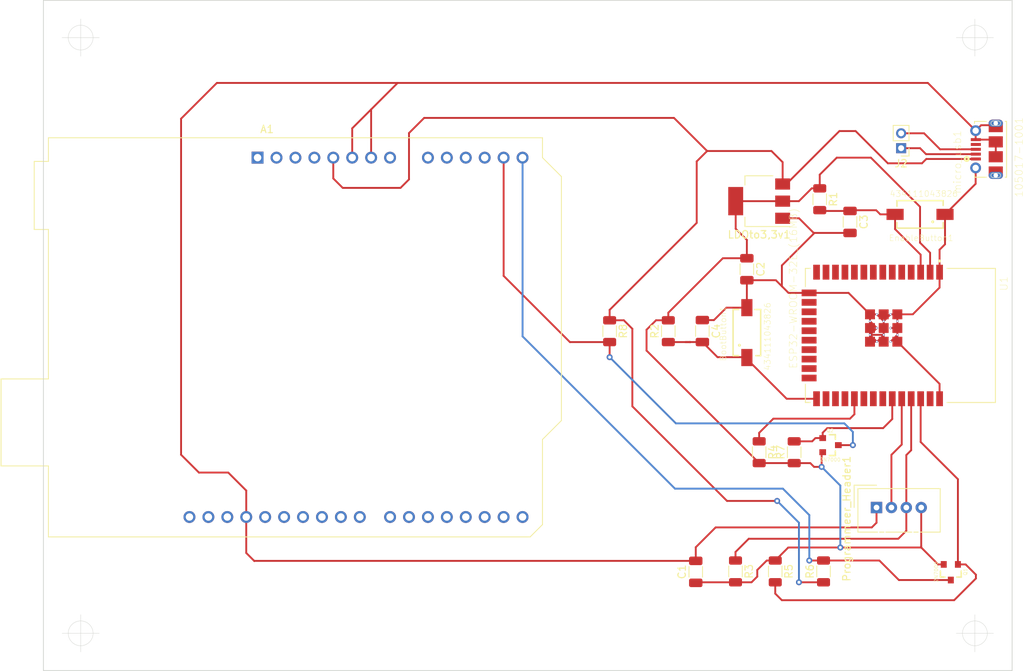
<source format=kicad_pcb>
(kicad_pcb (version 20171130) (host pcbnew "(5.1.7)-1")

  (general
    (thickness 1.6)
    (drawings 8)
    (tracks 246)
    (zones 0)
    (modules 22)
    (nets 62)
  )

  (page A4)
  (layers
    (0 F.Cu signal)
    (31 B.Cu signal)
    (32 B.Adhes user)
    (33 F.Adhes user)
    (34 B.Paste user)
    (35 F.Paste user)
    (36 B.SilkS user)
    (37 F.SilkS user)
    (38 B.Mask user)
    (39 F.Mask user)
    (40 Dwgs.User user)
    (41 Cmts.User user)
    (42 Eco1.User user)
    (43 Eco2.User user)
    (44 Edge.Cuts user)
    (45 Margin user)
    (46 B.CrtYd user)
    (47 F.CrtYd user)
    (48 B.Fab user)
    (49 F.Fab user)
  )

  (setup
    (last_trace_width 0.25)
    (trace_clearance 0.2)
    (zone_clearance 0.508)
    (zone_45_only no)
    (trace_min 0.2)
    (via_size 0.8)
    (via_drill 0.4)
    (via_min_size 0.4)
    (via_min_drill 0.3)
    (uvia_size 0.3)
    (uvia_drill 0.1)
    (uvias_allowed no)
    (uvia_min_size 0.2)
    (uvia_min_drill 0.1)
    (edge_width 0.05)
    (segment_width 0.2)
    (pcb_text_width 0.3)
    (pcb_text_size 1.5 1.5)
    (mod_edge_width 0.12)
    (mod_text_size 1 1)
    (mod_text_width 0.15)
    (pad_size 1.524 1.524)
    (pad_drill 0.762)
    (pad_to_mask_clearance 0)
    (aux_axis_origin 0 0)
    (visible_elements 7FFFFFFF)
    (pcbplotparams
      (layerselection 0x010fc_ffffffff)
      (usegerberextensions false)
      (usegerberattributes true)
      (usegerberadvancedattributes true)
      (creategerberjobfile true)
      (excludeedgelayer true)
      (linewidth 0.100000)
      (plotframeref false)
      (viasonmask false)
      (mode 1)
      (useauxorigin false)
      (hpglpennumber 1)
      (hpglpenspeed 20)
      (hpglpendiameter 15.000000)
      (psnegative false)
      (psa4output false)
      (plotreference true)
      (plotvalue true)
      (plotinvisibletext false)
      (padsonsilk false)
      (subtractmaskfromsilk false)
      (outputformat 1)
      (mirror false)
      (drillshape 1)
      (scaleselection 1)
      (outputdirectory ""))
  )

  (net 0 "")
  (net 1 "Net-(C1-Pad1)")
  (net 2 GND)
  (net 3 "Net-(C3-Pad1)")
  (net 4 "Net-(BootButton1-Pad1)")
  (net 5 "Net-(R4-Pad1)")
  (net 6 "Net-(U1-Pad4)")
  (net 7 "Net-(U1-Pad5)")
  (net 8 "Net-(U1-Pad6)")
  (net 9 "Net-(U1-Pad7)")
  (net 10 "Net-(U1-Pad8)")
  (net 11 "Net-(U1-Pad9)")
  (net 12 "Net-(U1-Pad10)")
  (net 13 "Net-(U1-Pad11)")
  (net 14 "Net-(U1-Pad12)")
  (net 15 "Net-(U1-Pad13)")
  (net 16 "Net-(U1-Pad14)")
  (net 17 "Net-(U1-Pad16)")
  (net 18 "Net-(U1-Pad23)")
  (net 19 "Net-(U1-Pad24)")
  (net 20 "Net-(U1-Pad26)")
  (net 21 "Net-(U1-Pad27)")
  (net 22 "Net-(U1-Pad28)")
  (net 23 "Net-(U1-Pad30)")
  (net 24 "Net-(U1-Pad31)")
  (net 25 "Net-(U1-Pad37)")
  (net 26 "Net-(A1-Pad16)")
  (net 27 "Net-(A1-Pad15)")
  (net 28 "Net-(A1-Pad30)")
  (net 29 "Net-(A1-Pad14)")
  (net 30 "Net-(A1-Pad13)")
  (net 31 "Net-(A1-Pad28)")
  (net 32 "Net-(A1-Pad12)")
  (net 33 "Net-(A1-Pad27)")
  (net 34 "Net-(A1-Pad11)")
  (net 35 "Net-(A1-Pad26)")
  (net 36 "Net-(A1-Pad10)")
  (net 37 "Net-(A1-Pad25)")
  (net 38 "Net-(A1-Pad9)")
  (net 39 "Net-(A1-Pad24)")
  (net 40 "Net-(A1-Pad8)")
  (net 41 "Net-(A1-Pad23)")
  (net 42 "Net-(A1-Pad22)")
  (net 43 "Net-(A1-Pad21)")
  (net 44 "Net-(A1-Pad5)")
  (net 45 "Net-(A1-Pad20)")
  (net 46 "Net-(A1-Pad4)")
  (net 47 "Net-(A1-Pad19)")
  (net 48 "Net-(A1-Pad3)")
  (net 49 "Net-(A1-Pad18)")
  (net 50 "Net-(A1-Pad2)")
  (net 51 "Net-(A1-Pad17)")
  (net 52 "Net-(A1-Pad1)")
  (net 53 "Net-(A1-Pad31)")
  (net 54 "Net-(A1-Pad32)")
  (net 55 "Net-(J2-Pad2)")
  (net 56 "Net-(J2-Pad1)")
  (net 57 "Net-(micro_usb1-Pad4)")
  (net 58 "Net-(Programmeer_Header1-Pad3)")
  (net 59 "Net-(Programmeer_Header1-Pad2)")
  (net 60 "Net-(Q1-Pad1)")
  (net 61 "Net-(Q2-Pad1)")

  (net_class Default "This is the default net class."
    (clearance 0.2)
    (trace_width 0.25)
    (via_dia 0.8)
    (via_drill 0.4)
    (uvia_dia 0.3)
    (uvia_drill 0.1)
    (add_net GND)
    (add_net "Net-(A1-Pad1)")
    (add_net "Net-(A1-Pad10)")
    (add_net "Net-(A1-Pad11)")
    (add_net "Net-(A1-Pad12)")
    (add_net "Net-(A1-Pad13)")
    (add_net "Net-(A1-Pad14)")
    (add_net "Net-(A1-Pad15)")
    (add_net "Net-(A1-Pad16)")
    (add_net "Net-(A1-Pad17)")
    (add_net "Net-(A1-Pad18)")
    (add_net "Net-(A1-Pad19)")
    (add_net "Net-(A1-Pad2)")
    (add_net "Net-(A1-Pad20)")
    (add_net "Net-(A1-Pad21)")
    (add_net "Net-(A1-Pad22)")
    (add_net "Net-(A1-Pad23)")
    (add_net "Net-(A1-Pad24)")
    (add_net "Net-(A1-Pad25)")
    (add_net "Net-(A1-Pad26)")
    (add_net "Net-(A1-Pad27)")
    (add_net "Net-(A1-Pad28)")
    (add_net "Net-(A1-Pad3)")
    (add_net "Net-(A1-Pad30)")
    (add_net "Net-(A1-Pad31)")
    (add_net "Net-(A1-Pad32)")
    (add_net "Net-(A1-Pad4)")
    (add_net "Net-(A1-Pad5)")
    (add_net "Net-(A1-Pad8)")
    (add_net "Net-(A1-Pad9)")
    (add_net "Net-(BootButton1-Pad1)")
    (add_net "Net-(C1-Pad1)")
    (add_net "Net-(C3-Pad1)")
    (add_net "Net-(J2-Pad1)")
    (add_net "Net-(J2-Pad2)")
    (add_net "Net-(Programmeer_Header1-Pad2)")
    (add_net "Net-(Programmeer_Header1-Pad3)")
    (add_net "Net-(Q1-Pad1)")
    (add_net "Net-(Q2-Pad1)")
    (add_net "Net-(R4-Pad1)")
    (add_net "Net-(U1-Pad10)")
    (add_net "Net-(U1-Pad11)")
    (add_net "Net-(U1-Pad12)")
    (add_net "Net-(U1-Pad13)")
    (add_net "Net-(U1-Pad14)")
    (add_net "Net-(U1-Pad16)")
    (add_net "Net-(U1-Pad23)")
    (add_net "Net-(U1-Pad24)")
    (add_net "Net-(U1-Pad26)")
    (add_net "Net-(U1-Pad27)")
    (add_net "Net-(U1-Pad28)")
    (add_net "Net-(U1-Pad30)")
    (add_net "Net-(U1-Pad31)")
    (add_net "Net-(U1-Pad37)")
    (add_net "Net-(U1-Pad4)")
    (add_net "Net-(U1-Pad5)")
    (add_net "Net-(U1-Pad6)")
    (add_net "Net-(U1-Pad7)")
    (add_net "Net-(U1-Pad8)")
    (add_net "Net-(U1-Pad9)")
    (add_net "Net-(micro_usb1-Pad4)")
  )

  (module Connector:NS-Tech_Grove_1x04_P2mm_Vertical (layer F.Cu) (tedit 5A2A5779) (tstamp 60564072)
    (at 161.798 118.11 90)
    (descr https://statics3.seeedstudio.com/images/opl/datasheet/3470130P1.pdf)
    (tags Grove-1x04)
    (path /604DC838)
    (fp_text reference Programmeer_Header1 (at -1.5 -4 90) (layer F.SilkS)
      (effects (font (size 1 1) (thickness 0.15)))
    )
    (fp_text value Conn_01x04_Female (at 4.19 2.83) (layer F.Fab)
      (effects (font (size 1 1) (thickness 0.15)))
    )
    (fp_text user %R (at -2 2) (layer F.Fab)
      (effects (font (size 1 1) (thickness 0.15)))
    )
    (fp_line (start 0.9 0) (end 2.2 1) (layer F.Fab) (width 0.1))
    (fp_line (start 2.2 -1) (end 0.9 0) (layer F.Fab) (width 0.1))
    (fp_line (start 3 -3) (end 3 0) (layer F.SilkS) (width 0.12))
    (fp_line (start 0 -3) (end 3 -3) (layer F.SilkS) (width 0.12))
    (fp_line (start -3.45 -2.65) (end -3.45 8.7) (layer F.CrtYd) (width 0.05))
    (fp_line (start -3.45 8.7) (end 2.7 8.7) (layer F.CrtYd) (width 0.05))
    (fp_line (start 2.7 8.7) (end 2.7 -2.65) (layer F.CrtYd) (width 0.05))
    (fp_line (start -3.45 -2.65) (end 2.7 -2.65) (layer F.CrtYd) (width 0.05))
    (fp_line (start -3.3 5) (end -3.3 5.6) (layer F.SilkS) (width 0.12))
    (fp_line (start -3.3 0.4) (end -3.3 1) (layer F.SilkS) (width 0.12))
    (fp_line (start 2.55 -2.5) (end 2.55 8.55) (layer F.SilkS) (width 0.12))
    (fp_line (start -3.3 -2.5) (end 2.55 -2.5) (layer F.SilkS) (width 0.12))
    (fp_line (start -3.3 1.25) (end -3.3 4.75) (layer F.SilkS) (width 0.12))
    (fp_line (start -3.3 8.55) (end 2.55 8.55) (layer F.SilkS) (width 0.12))
    (fp_line (start -3.3 -2.5) (end -3.3 0.15) (layer F.SilkS) (width 0.12))
    (fp_line (start -3.3 5.9) (end -3.3 8.55) (layer F.SilkS) (width 0.12))
    (fp_line (start -2.9 -2.1) (end 2.2 -2.1) (layer F.Fab) (width 0.1))
    (fp_line (start 2.2 -2.1) (end 2.2 8.1) (layer F.Fab) (width 0.1))
    (fp_line (start 2.2 8.1) (end -2.9 8.1) (layer F.Fab) (width 0.1))
    (fp_line (start -2.9 8.1) (end -2.9 -2.1) (layer F.Fab) (width 0.1))
    (pad 4 thru_hole circle (at 0 6 90) (size 1.524 1.524) (drill 0.762) (layers *.Cu *.Mask)
      (net 1 "Net-(C1-Pad1)"))
    (pad 3 thru_hole circle (at 0 4 90) (size 1.524 1.524) (drill 0.762) (layers *.Cu *.Mask)
      (net 58 "Net-(Programmeer_Header1-Pad3)"))
    (pad 2 thru_hole circle (at 0 2 90) (size 1.524 1.524) (drill 0.762) (layers *.Cu *.Mask)
      (net 59 "Net-(Programmeer_Header1-Pad2)"))
    (pad 1 thru_hole rect (at 0 0 90) (size 1.524 1.524) (drill 0.762) (layers *.Cu *.Mask)
      (net 2 GND))
    (model ${KISYS3DMOD}/Connector.3dshapes/NS-Tech_Grove_1x04_P2mm_Vertical.wrl
      (at (xyz 0 0 0))
      (scale (xyz 0.3937 0.3937 0.3937))
      (rotate (xyz 0 0 -90))
    )
  )

  (module Capacitor_SMD:C_1206_3216Metric (layer F.Cu) (tedit 5F68FEEE) (tstamp 6055D515)
    (at 158.242 79.756 270)
    (descr "Capacitor SMD 1206 (3216 Metric), square (rectangular) end terminal, IPC_7351 nominal, (Body size source: IPC-SM-782 page 76, https://www.pcb-3d.com/wordpress/wp-content/uploads/ipc-sm-782a_amendment_1_and_2.pdf), generated with kicad-footprint-generator")
    (tags capacitor)
    (path /604B305F)
    (attr smd)
    (fp_text reference C3 (at 0 -1.85 90) (layer F.SilkS)
      (effects (font (size 1 1) (thickness 0.15)))
    )
    (fp_text value 100nF (at 0 1.85 90) (layer F.Fab)
      (effects (font (size 1 1) (thickness 0.15)))
    )
    (fp_line (start 2.3 1.15) (end -2.3 1.15) (layer F.CrtYd) (width 0.05))
    (fp_line (start 2.3 -1.15) (end 2.3 1.15) (layer F.CrtYd) (width 0.05))
    (fp_line (start -2.3 -1.15) (end 2.3 -1.15) (layer F.CrtYd) (width 0.05))
    (fp_line (start -2.3 1.15) (end -2.3 -1.15) (layer F.CrtYd) (width 0.05))
    (fp_line (start -0.711252 0.91) (end 0.711252 0.91) (layer F.SilkS) (width 0.12))
    (fp_line (start -0.711252 -0.91) (end 0.711252 -0.91) (layer F.SilkS) (width 0.12))
    (fp_line (start 1.6 0.8) (end -1.6 0.8) (layer F.Fab) (width 0.1))
    (fp_line (start 1.6 -0.8) (end 1.6 0.8) (layer F.Fab) (width 0.1))
    (fp_line (start -1.6 -0.8) (end 1.6 -0.8) (layer F.Fab) (width 0.1))
    (fp_line (start -1.6 0.8) (end -1.6 -0.8) (layer F.Fab) (width 0.1))
    (fp_text user %R (at 0 0.254 90) (layer F.Fab)
      (effects (font (size 0.8 0.8) (thickness 0.12)))
    )
    (pad 2 smd roundrect (at 1.475 0 270) (size 1.15 1.8) (layers F.Cu F.Paste F.Mask) (roundrect_rratio 0.217391)
      (net 2 GND))
    (pad 1 smd roundrect (at -1.475 0 270) (size 1.15 1.8) (layers F.Cu F.Paste F.Mask) (roundrect_rratio 0.217391)
      (net 3 "Net-(C3-Pad1)"))
    (model ${KISYS3DMOD}/Capacitor_SMD.3dshapes/C_1206_3216Metric.wrl
      (at (xyz 0 0 0))
      (scale (xyz 1 1 1))
      (rotate (xyz 0 0 0))
    )
  )

  (module "ESP32-WROOM-32E__16MB_:MODULE_ESP32-WROOM-32E_(16MB)" (layer F.Cu) (tedit 0) (tstamp 60573E92)
    (at 165 95 270)
    (path /60488F7D)
    (attr smd)
    (fp_text reference U1 (at -6.96 -13.885 90) (layer F.SilkS)
      (effects (font (size 1 1) (thickness 0.05)))
    )
    (fp_text value "ESP32-WROOM-32E_(16MB)" (at -6.325 14.365 90) (layer F.SilkS)
      (effects (font (size 1 1) (thickness 0.05)))
    )
    (fp_line (start -9 -12.75) (end 9 -12.75) (layer Eco2.User) (width 0.127))
    (fp_line (start 9 -12.75) (end 9 -6.45) (layer Eco2.User) (width 0.127))
    (fp_line (start 9 -6.45) (end 9 12.75) (layer Eco2.User) (width 0.127))
    (fp_line (start 9 12.75) (end -9 12.75) (layer Eco2.User) (width 0.127))
    (fp_line (start -9 12.75) (end -9 -6.45) (layer Eco2.User) (width 0.127))
    (fp_line (start -9 -12.75) (end -9 -6.45) (layer Eco2.User) (width 0.127))
    (fp_line (start -9 -6.45) (end 9 -6.45) (layer Eco2.User) (width 0.127))
    (fp_poly (pts (xy -9 -12.75) (xy 9 -12.75) (xy 9 -6.45) (xy -9 -6.45)) (layer Dwgs.User) (width 0))
    (fp_poly (pts (xy -9 -12.75) (xy 9 -12.75) (xy 9 -6.45) (xy -9 -6.45)) (layer Dwgs.User) (width 0))
    (fp_line (start -9.25 -13) (end 9.25 -13) (layer Eco1.User) (width 0.05))
    (fp_line (start 9.25 -13) (end 9.25 -6) (layer Eco1.User) (width 0.05))
    (fp_line (start 9.25 -6) (end 9.75 -6) (layer Eco1.User) (width 0.05))
    (fp_line (start 9.75 -6) (end 9.75 13.5) (layer Eco1.User) (width 0.05))
    (fp_line (start 9.75 13.5) (end -9.75 13.5) (layer Eco1.User) (width 0.05))
    (fp_line (start -9.75 13.5) (end -9.75 -6) (layer Eco1.User) (width 0.05))
    (fp_line (start -9.75 -6) (end -9.25 -6) (layer Eco1.User) (width 0.05))
    (fp_line (start -9.25 -6) (end -9.25 -13) (layer Eco1.User) (width 0.05))
    (fp_circle (center -10 -5.25) (end -9.9 -5.25) (layer Eco2.User) (width 0.2))
    (fp_circle (center -10 -5.25) (end -9.9 -5.25) (layer F.SilkS) (width 0.2))
    (fp_line (start -9 12.1) (end -9 12.75) (layer F.SilkS) (width 0.127))
    (fp_line (start -9 12.75) (end -6.55 12.75) (layer F.SilkS) (width 0.127))
    (fp_line (start 6.55 12.75) (end 9 12.75) (layer F.SilkS) (width 0.127))
    (fp_line (start 9 12.75) (end 9 12.1) (layer F.SilkS) (width 0.127))
    (fp_line (start -9 -6.25) (end -9 -12.75) (layer F.SilkS) (width 0.127))
    (fp_line (start -9 -12.75) (end 9 -12.75) (layer F.SilkS) (width 0.127))
    (fp_line (start 9 -12.75) (end 9 -6.25) (layer F.SilkS) (width 0.127))
    (fp_text user ANTENNA (at -6 -9 90) (layer Edge.Cuts)
      (effects (font (size 1 1) (thickness 0.05)))
    )
    (pad 39_21 thru_hole circle (at -0.0825 4.075 270) (size 0.3 0.3) (drill 0.2) (layers *.Cu *.Mask)
      (net 2 GND))
    (pad 39_20 thru_hole circle (at -1.9175 4.075 270) (size 0.3 0.3) (drill 0.2) (layers *.Cu *.Mask)
      (net 2 GND))
    (pad 39_19 thru_hole circle (at 0.835 3.1575 270) (size 0.3 0.3) (drill 0.2) (layers *.Cu *.Mask)
      (net 2 GND))
    (pad 39_18 thru_hole circle (at -1 3.1575 270) (size 0.3 0.3) (drill 0.2) (layers *.Cu *.Mask)
      (net 2 GND))
    (pad 39_17 thru_hole circle (at -2.835 3.1575 270) (size 0.3 0.3) (drill 0.2) (layers *.Cu *.Mask)
      (net 2 GND))
    (pad 39_16 thru_hole circle (at -0.0825 2.24 270) (size 0.3 0.3) (drill 0.2) (layers *.Cu *.Mask)
      (net 2 GND))
    (pad 39_15 thru_hole circle (at -1.9175 2.24 270) (size 0.3 0.3) (drill 0.2) (layers *.Cu *.Mask)
      (net 2 GND))
    (pad 39_14 thru_hole circle (at 0.835 1.3225 270) (size 0.3 0.3) (drill 0.2) (layers *.Cu *.Mask)
      (net 2 GND))
    (pad 39_13 thru_hole circle (at -1 1.3225 270) (size 0.3 0.3) (drill 0.2) (layers *.Cu *.Mask)
      (net 2 GND))
    (pad 39_12 thru_hole circle (at -2.835 1.3225 270) (size 0.3 0.3) (drill 0.2) (layers *.Cu *.Mask)
      (net 2 GND))
    (pad 39_11 thru_hole circle (at -0.0825 0.405 270) (size 0.3 0.3) (drill 0.2) (layers *.Cu *.Mask)
      (net 2 GND))
    (pad 39_10 thru_hole circle (at -1.9175 0.405 270) (size 0.3 0.3) (drill 0.2) (layers *.Cu *.Mask)
      (net 2 GND))
    (pad 39_9 smd rect (at 0.835 4.075 270) (size 1.33 1.33) (layers F.Cu F.Paste)
      (net 2 GND))
    (pad 39_8 smd rect (at -1 4.075 270) (size 1.33 1.33) (layers F.Cu F.Paste)
      (net 2 GND))
    (pad 39_7 smd rect (at -2.835 4.075 270) (size 1.33 1.33) (layers F.Cu F.Paste)
      (net 2 GND))
    (pad 39_6 smd rect (at 0.835 2.24 270) (size 1.33 1.33) (layers F.Cu F.Paste)
      (net 2 GND))
    (pad 39_5 smd rect (at -1 2.24 270) (size 1.33 1.33) (layers F.Cu F.Paste)
      (net 2 GND))
    (pad 39_4 smd rect (at -2.835 2.24 270) (size 1.33 1.33) (layers F.Cu F.Paste)
      (net 2 GND))
    (pad 39_3 smd rect (at 0.835 0.405 270) (size 1.33 1.33) (layers F.Cu F.Paste)
      (net 2 GND))
    (pad 39_2 smd rect (at -1 0.405 270) (size 1.33 1.33) (layers F.Cu F.Paste)
      (net 2 GND))
    (pad 39_1 smd rect (at -2.835 0.405 270) (size 1.33 1.33) (layers F.Cu F.Paste)
      (net 2 GND))
    (pad 38 smd rect (at 8.5 -5.26 270) (size 2 0.9) (layers F.Cu F.Paste)
      (net 2 GND))
    (pad 37 smd rect (at 8.5 -3.99 270) (size 2 0.9) (layers F.Cu F.Paste)
      (net 25 "Net-(U1-Pad37)"))
    (pad 36 smd rect (at 8.5 -2.72 270) (size 2 0.9) (layers F.Cu F.Paste)
      (net 60 "Net-(Q1-Pad1)"))
    (pad 35 smd rect (at 8.5 -1.45 270) (size 2 0.9) (layers F.Cu F.Paste)
      (net 58 "Net-(Programmeer_Header1-Pad3)"))
    (pad 34 smd rect (at 8.5 -0.18 270) (size 2 0.9) (layers F.Cu F.Paste)
      (net 59 "Net-(Programmeer_Header1-Pad2)"))
    (pad 33 smd rect (at 8.5 1.09 270) (size 2 0.9) (layers F.Cu F.Paste)
      (net 61 "Net-(Q2-Pad1)"))
    (pad 32 smd rect (at 8.5 2.36 270) (size 2 0.9) (layers F.Cu F.Paste))
    (pad 31 smd rect (at 8.5 3.63 270) (size 2 0.9) (layers F.Cu F.Paste)
      (net 24 "Net-(U1-Pad31)"))
    (pad 30 smd rect (at 8.5 4.9 270) (size 2 0.9) (layers F.Cu F.Paste)
      (net 23 "Net-(U1-Pad30)"))
    (pad 29 smd rect (at 8.5 6.17 270) (size 2 0.9) (layers F.Cu F.Paste)
      (net 5 "Net-(R4-Pad1)"))
    (pad 28 smd rect (at 8.5 7.44 270) (size 2 0.9) (layers F.Cu F.Paste)
      (net 22 "Net-(U1-Pad28)"))
    (pad 27 smd rect (at 8.5 8.71 270) (size 2 0.9) (layers F.Cu F.Paste)
      (net 21 "Net-(U1-Pad27)"))
    (pad 26 smd rect (at 8.5 9.98 270) (size 2 0.9) (layers F.Cu F.Paste)
      (net 20 "Net-(U1-Pad26)"))
    (pad 25 smd rect (at 8.5 11.25 270) (size 2 0.9) (layers F.Cu F.Paste)
      (net 4 "Net-(BootButton1-Pad1)"))
    (pad 24 smd rect (at 5.715 12.25 270) (size 0.9 2) (layers F.Cu F.Paste)
      (net 19 "Net-(U1-Pad24)"))
    (pad 23 smd rect (at 4.445 12.25 270) (size 0.9 2) (layers F.Cu F.Paste)
      (net 18 "Net-(U1-Pad23)"))
    (pad 22 smd rect (at 3.175 12.25 270) (size 0.9 2) (layers F.Cu F.Paste))
    (pad 21 smd rect (at 1.905 12.25 270) (size 0.9 2) (layers F.Cu F.Paste))
    (pad 20 smd rect (at 0.635 12.25 270) (size 0.9 2) (layers F.Cu F.Paste))
    (pad 19 smd rect (at -0.635 12.25 270) (size 0.9 2) (layers F.Cu F.Paste))
    (pad 18 smd rect (at -1.905 12.25 270) (size 0.9 2) (layers F.Cu F.Paste))
    (pad 17 smd rect (at -3.175 12.25 270) (size 0.9 2) (layers F.Cu F.Paste))
    (pad 16 smd rect (at -4.445 12.25 270) (size 0.9 2) (layers F.Cu F.Paste)
      (net 17 "Net-(U1-Pad16)"))
    (pad 15 smd rect (at -5.715 12.25 270) (size 0.9 2) (layers F.Cu F.Paste)
      (net 2 GND))
    (pad 14 smd rect (at -8.5 11.25 270) (size 2 0.9) (layers F.Cu F.Paste)
      (net 16 "Net-(U1-Pad14)"))
    (pad 13 smd rect (at -8.5 9.98 270) (size 2 0.9) (layers F.Cu F.Paste)
      (net 15 "Net-(U1-Pad13)"))
    (pad 12 smd rect (at -8.5 8.71 270) (size 2 0.9) (layers F.Cu F.Paste)
      (net 14 "Net-(U1-Pad12)"))
    (pad 11 smd rect (at -8.5 7.44 270) (size 2 0.9) (layers F.Cu F.Paste)
      (net 13 "Net-(U1-Pad11)"))
    (pad 10 smd rect (at -8.5 6.17 270) (size 2 0.9) (layers F.Cu F.Paste)
      (net 12 "Net-(U1-Pad10)"))
    (pad 9 smd rect (at -8.5 4.9 270) (size 2 0.9) (layers F.Cu F.Paste)
      (net 11 "Net-(U1-Pad9)"))
    (pad 8 smd rect (at -8.5 3.63 270) (size 2 0.9) (layers F.Cu F.Paste)
      (net 10 "Net-(U1-Pad8)"))
    (pad 7 smd rect (at -8.5 2.36 270) (size 2 0.9) (layers F.Cu F.Paste)
      (net 9 "Net-(U1-Pad7)"))
    (pad 6 smd rect (at -8.5 1.09 270) (size 2 0.9) (layers F.Cu F.Paste)
      (net 8 "Net-(U1-Pad6)"))
    (pad 5 smd rect (at -8.5 -0.18 270) (size 2 0.9) (layers F.Cu F.Paste)
      (net 7 "Net-(U1-Pad5)"))
    (pad 4 smd rect (at -8.5 -1.45 270) (size 2 0.9) (layers F.Cu F.Paste)
      (net 6 "Net-(U1-Pad4)"))
    (pad 3 smd rect (at -8.5 -2.72 270) (size 2 0.9) (layers F.Cu F.Paste)
      (net 3 "Net-(C3-Pad1)"))
    (pad 2 smd rect (at -8.5 -3.99 270) (size 2 0.9) (layers F.Cu F.Paste)
      (net 1 "Net-(C1-Pad1)"))
    (pad 1 smd rect (at -8.5 -5.26 270) (size 2 0.9) (layers F.Cu F.Paste)
      (net 2 GND))
  )

  (module Resistor_SMD:R_1206_3216Metric (layer F.Cu) (tedit 5F68FEEE) (tstamp 60553489)
    (at 125.984 94.4265 270)
    (descr "Resistor SMD 1206 (3216 Metric), square (rectangular) end terminal, IPC_7351 nominal, (Body size source: IPC-SM-782 page 72, https://www.pcb-3d.com/wordpress/wp-content/uploads/ipc-sm-782a_amendment_1_and_2.pdf), generated with kicad-footprint-generator")
    (tags resistor)
    (path /60594373)
    (attr smd)
    (fp_text reference R8 (at 0 -1.82 90) (layer F.SilkS)
      (effects (font (size 1 1) (thickness 0.15)))
    )
    (fp_text value 10k (at 0 1.82 90) (layer F.Fab)
      (effects (font (size 1 1) (thickness 0.15)))
    )
    (fp_line (start 2.28 1.12) (end -2.28 1.12) (layer F.CrtYd) (width 0.05))
    (fp_line (start 2.28 -1.12) (end 2.28 1.12) (layer F.CrtYd) (width 0.05))
    (fp_line (start -2.28 -1.12) (end 2.28 -1.12) (layer F.CrtYd) (width 0.05))
    (fp_line (start -2.28 1.12) (end -2.28 -1.12) (layer F.CrtYd) (width 0.05))
    (fp_line (start -0.727064 0.91) (end 0.727064 0.91) (layer F.SilkS) (width 0.12))
    (fp_line (start -0.727064 -0.91) (end 0.727064 -0.91) (layer F.SilkS) (width 0.12))
    (fp_line (start 1.6 0.8) (end -1.6 0.8) (layer F.Fab) (width 0.1))
    (fp_line (start 1.6 -0.8) (end 1.6 0.8) (layer F.Fab) (width 0.1))
    (fp_line (start -1.6 -0.8) (end 1.6 -0.8) (layer F.Fab) (width 0.1))
    (fp_line (start -1.6 0.8) (end -1.6 -0.8) (layer F.Fab) (width 0.1))
    (fp_text user %R (at 0 0 90) (layer F.Fab)
      (effects (font (size 0.8 0.8) (thickness 0.12)))
    )
    (pad 2 smd roundrect (at 1.4625 0 270) (size 1.125 1.75) (layers F.Cu F.Paste F.Mask) (roundrect_rratio 0.222222)
      (net 30 "Net-(A1-Pad13)"))
    (pad 1 smd roundrect (at -1.4625 0 270) (size 1.125 1.75) (layers F.Cu F.Paste F.Mask) (roundrect_rratio 0.222222)
      (net 44 "Net-(A1-Pad5)"))
    (model ${KISYS3DMOD}/Resistor_SMD.3dshapes/R_1206_3216Metric.wrl
      (at (xyz 0 0 0))
      (scale (xyz 1 1 1))
      (rotate (xyz 0 0 0))
    )
  )

  (module Resistor_SMD:R_1206_3216Metric (layer F.Cu) (tedit 5F68FEEE) (tstamp 60553478)
    (at 150.749 110.6825 90)
    (descr "Resistor SMD 1206 (3216 Metric), square (rectangular) end terminal, IPC_7351 nominal, (Body size source: IPC-SM-782 page 72, https://www.pcb-3d.com/wordpress/wp-content/uploads/ipc-sm-782a_amendment_1_and_2.pdf), generated with kicad-footprint-generator")
    (tags resistor)
    (path /6059435B)
    (attr smd)
    (fp_text reference R7 (at 0 -1.82 90) (layer F.SilkS)
      (effects (font (size 1 1) (thickness 0.15)))
    )
    (fp_text value 10k (at 0 1.82 90) (layer F.Fab)
      (effects (font (size 1 1) (thickness 0.15)))
    )
    (fp_line (start 2.28 1.12) (end -2.28 1.12) (layer F.CrtYd) (width 0.05))
    (fp_line (start 2.28 -1.12) (end 2.28 1.12) (layer F.CrtYd) (width 0.05))
    (fp_line (start -2.28 -1.12) (end 2.28 -1.12) (layer F.CrtYd) (width 0.05))
    (fp_line (start -2.28 1.12) (end -2.28 -1.12) (layer F.CrtYd) (width 0.05))
    (fp_line (start -0.727064 0.91) (end 0.727064 0.91) (layer F.SilkS) (width 0.12))
    (fp_line (start -0.727064 -0.91) (end 0.727064 -0.91) (layer F.SilkS) (width 0.12))
    (fp_line (start 1.6 0.8) (end -1.6 0.8) (layer F.Fab) (width 0.1))
    (fp_line (start 1.6 -0.8) (end 1.6 0.8) (layer F.Fab) (width 0.1))
    (fp_line (start -1.6 -0.8) (end 1.6 -0.8) (layer F.Fab) (width 0.1))
    (fp_line (start -1.6 0.8) (end -1.6 -0.8) (layer F.Fab) (width 0.1))
    (fp_text user %R (at 0 0 90) (layer F.Fab)
      (effects (font (size 0.8 0.8) (thickness 0.12)))
    )
    (pad 2 smd roundrect (at 1.4625 0 90) (size 1.125 1.75) (layers F.Cu F.Paste F.Mask) (roundrect_rratio 0.222222)
      (net 61 "Net-(Q2-Pad1)"))
    (pad 1 smd roundrect (at -1.4625 0 90) (size 1.125 1.75) (layers F.Cu F.Paste F.Mask) (roundrect_rratio 0.222222)
      (net 1 "Net-(C1-Pad1)"))
    (model ${KISYS3DMOD}/Resistor_SMD.3dshapes/R_1206_3216Metric.wrl
      (at (xyz 0 0 0))
      (scale (xyz 1 1 1))
      (rotate (xyz 0 0 0))
    )
  )

  (module Resistor_SMD:R_1206_3216Metric (layer F.Cu) (tedit 5F68FEEE) (tstamp 60553467)
    (at 154.686 126.6845 90)
    (descr "Resistor SMD 1206 (3216 Metric), square (rectangular) end terminal, IPC_7351 nominal, (Body size source: IPC-SM-782 page 72, https://www.pcb-3d.com/wordpress/wp-content/uploads/ipc-sm-782a_amendment_1_and_2.pdf), generated with kicad-footprint-generator")
    (tags resistor)
    (path /6053DB24)
    (attr smd)
    (fp_text reference R6 (at 0 -1.82 90) (layer F.SilkS)
      (effects (font (size 1 1) (thickness 0.15)))
    )
    (fp_text value 10k (at 0 1.82 90) (layer F.Fab)
      (effects (font (size 1 1) (thickness 0.15)))
    )
    (fp_line (start 2.28 1.12) (end -2.28 1.12) (layer F.CrtYd) (width 0.05))
    (fp_line (start 2.28 -1.12) (end 2.28 1.12) (layer F.CrtYd) (width 0.05))
    (fp_line (start -2.28 -1.12) (end 2.28 -1.12) (layer F.CrtYd) (width 0.05))
    (fp_line (start -2.28 1.12) (end -2.28 -1.12) (layer F.CrtYd) (width 0.05))
    (fp_line (start -0.727064 0.91) (end 0.727064 0.91) (layer F.SilkS) (width 0.12))
    (fp_line (start -0.727064 -0.91) (end 0.727064 -0.91) (layer F.SilkS) (width 0.12))
    (fp_line (start 1.6 0.8) (end -1.6 0.8) (layer F.Fab) (width 0.1))
    (fp_line (start 1.6 -0.8) (end 1.6 0.8) (layer F.Fab) (width 0.1))
    (fp_line (start -1.6 -0.8) (end 1.6 -0.8) (layer F.Fab) (width 0.1))
    (fp_line (start -1.6 0.8) (end -1.6 -0.8) (layer F.Fab) (width 0.1))
    (fp_text user %R (at -0.0615 0.127 90) (layer F.Fab)
      (effects (font (size 0.8 0.8) (thickness 0.12)))
    )
    (pad 2 smd roundrect (at 1.4625 0 90) (size 1.125 1.75) (layers F.Cu F.Paste F.Mask) (roundrect_rratio 0.222222)
      (net 29 "Net-(A1-Pad14)"))
    (pad 1 smd roundrect (at -1.4625 0 90) (size 1.125 1.75) (layers F.Cu F.Paste F.Mask) (roundrect_rratio 0.222222)
      (net 44 "Net-(A1-Pad5)"))
    (model ${KISYS3DMOD}/Resistor_SMD.3dshapes/R_1206_3216Metric.wrl
      (at (xyz 0 0 0))
      (scale (xyz 1 1 1))
      (rotate (xyz 0 0 0))
    )
  )

  (module Resistor_SMD:R_1206_3216Metric (layer F.Cu) (tedit 5F68FEEE) (tstamp 60553456)
    (at 148.209 126.6845 270)
    (descr "Resistor SMD 1206 (3216 Metric), square (rectangular) end terminal, IPC_7351 nominal, (Body size source: IPC-SM-782 page 72, https://www.pcb-3d.com/wordpress/wp-content/uploads/ipc-sm-782a_amendment_1_and_2.pdf), generated with kicad-footprint-generator")
    (tags resistor)
    (path /6053BFFF)
    (attr smd)
    (fp_text reference R5 (at 0 -1.82 90) (layer F.SilkS)
      (effects (font (size 1 1) (thickness 0.15)))
    )
    (fp_text value 10k (at 0 1.82 90) (layer F.Fab)
      (effects (font (size 1 1) (thickness 0.15)))
    )
    (fp_line (start 2.28 1.12) (end -2.28 1.12) (layer F.CrtYd) (width 0.05))
    (fp_line (start 2.28 -1.12) (end 2.28 1.12) (layer F.CrtYd) (width 0.05))
    (fp_line (start -2.28 -1.12) (end 2.28 -1.12) (layer F.CrtYd) (width 0.05))
    (fp_line (start -2.28 1.12) (end -2.28 -1.12) (layer F.CrtYd) (width 0.05))
    (fp_line (start -0.727064 0.91) (end 0.727064 0.91) (layer F.SilkS) (width 0.12))
    (fp_line (start -0.727064 -0.91) (end 0.727064 -0.91) (layer F.SilkS) (width 0.12))
    (fp_line (start 1.6 0.8) (end -1.6 0.8) (layer F.Fab) (width 0.1))
    (fp_line (start 1.6 -0.8) (end 1.6 0.8) (layer F.Fab) (width 0.1))
    (fp_line (start -1.6 -0.8) (end 1.6 -0.8) (layer F.Fab) (width 0.1))
    (fp_line (start -1.6 0.8) (end -1.6 -0.8) (layer F.Fab) (width 0.1))
    (fp_text user %R (at 0 -0.127 90) (layer F.Fab)
      (effects (font (size 0.8 0.8) (thickness 0.12)))
    )
    (pad 2 smd roundrect (at 1.4625 0 270) (size 1.125 1.75) (layers F.Cu F.Paste F.Mask) (roundrect_rratio 0.222222)
      (net 60 "Net-(Q1-Pad1)"))
    (pad 1 smd roundrect (at -1.4625 0 270) (size 1.125 1.75) (layers F.Cu F.Paste F.Mask) (roundrect_rratio 0.222222)
      (net 1 "Net-(C1-Pad1)"))
    (model ${KISYS3DMOD}/Resistor_SMD.3dshapes/R_1206_3216Metric.wrl
      (at (xyz 0 0 0))
      (scale (xyz 1 1 1))
      (rotate (xyz 0 0 0))
    )
  )

  (module Resistor_SMD:R_1206_3216Metric (layer F.Cu) (tedit 5F68FEEE) (tstamp 60553445)
    (at 146.05 110.6785 270)
    (descr "Resistor SMD 1206 (3216 Metric), square (rectangular) end terminal, IPC_7351 nominal, (Body size source: IPC-SM-782 page 72, https://www.pcb-3d.com/wordpress/wp-content/uploads/ipc-sm-782a_amendment_1_and_2.pdf), generated with kicad-footprint-generator")
    (tags resistor)
    (path /604FE462)
    (attr smd)
    (fp_text reference R4 (at 0 -1.82 90) (layer F.SilkS)
      (effects (font (size 1 1) (thickness 0.15)))
    )
    (fp_text value 4.7k (at 0 1.82 90) (layer F.Fab)
      (effects (font (size 1 1) (thickness 0.15)))
    )
    (fp_line (start 2.28 1.12) (end -2.28 1.12) (layer F.CrtYd) (width 0.05))
    (fp_line (start 2.28 -1.12) (end 2.28 1.12) (layer F.CrtYd) (width 0.05))
    (fp_line (start -2.28 -1.12) (end 2.28 -1.12) (layer F.CrtYd) (width 0.05))
    (fp_line (start -2.28 1.12) (end -2.28 -1.12) (layer F.CrtYd) (width 0.05))
    (fp_line (start -0.727064 0.91) (end 0.727064 0.91) (layer F.SilkS) (width 0.12))
    (fp_line (start -0.727064 -0.91) (end 0.727064 -0.91) (layer F.SilkS) (width 0.12))
    (fp_line (start 1.6 0.8) (end -1.6 0.8) (layer F.Fab) (width 0.1))
    (fp_line (start 1.6 -0.8) (end 1.6 0.8) (layer F.Fab) (width 0.1))
    (fp_line (start -1.6 -0.8) (end 1.6 -0.8) (layer F.Fab) (width 0.1))
    (fp_line (start -1.6 0.8) (end -1.6 -0.8) (layer F.Fab) (width 0.1))
    (fp_text user %R (at 0 0 90) (layer F.Fab)
      (effects (font (size 0.8 0.8) (thickness 0.12)))
    )
    (pad 2 smd roundrect (at 1.4625 0 270) (size 1.125 1.75) (layers F.Cu F.Paste F.Mask) (roundrect_rratio 0.222222)
      (net 1 "Net-(C1-Pad1)"))
    (pad 1 smd roundrect (at -1.4625 0 270) (size 1.125 1.75) (layers F.Cu F.Paste F.Mask) (roundrect_rratio 0.222222)
      (net 5 "Net-(R4-Pad1)"))
    (model ${KISYS3DMOD}/Resistor_SMD.3dshapes/R_1206_3216Metric.wrl
      (at (xyz 0 0 0))
      (scale (xyz 1 1 1))
      (rotate (xyz 0 0 0))
    )
  )

  (module Resistor_SMD:R_1206_3216Metric (layer F.Cu) (tedit 5F68FEEE) (tstamp 60553434)
    (at 142.875 126.6845 270)
    (descr "Resistor SMD 1206 (3216 Metric), square (rectangular) end terminal, IPC_7351 nominal, (Body size source: IPC-SM-782 page 72, https://www.pcb-3d.com/wordpress/wp-content/uploads/ipc-sm-782a_amendment_1_and_2.pdf), generated with kicad-footprint-generator")
    (tags resistor)
    (path /604FC2A7)
    (attr smd)
    (fp_text reference R3 (at 0 -1.82 90) (layer F.SilkS)
      (effects (font (size 1 1) (thickness 0.15)))
    )
    (fp_text value 4.7k (at 0 1.82 90) (layer F.Fab)
      (effects (font (size 1 1) (thickness 0.15)))
    )
    (fp_line (start 2.28 1.12) (end -2.28 1.12) (layer F.CrtYd) (width 0.05))
    (fp_line (start 2.28 -1.12) (end 2.28 1.12) (layer F.CrtYd) (width 0.05))
    (fp_line (start -2.28 -1.12) (end 2.28 -1.12) (layer F.CrtYd) (width 0.05))
    (fp_line (start -2.28 1.12) (end -2.28 -1.12) (layer F.CrtYd) (width 0.05))
    (fp_line (start -0.727064 0.91) (end 0.727064 0.91) (layer F.SilkS) (width 0.12))
    (fp_line (start -0.727064 -0.91) (end 0.727064 -0.91) (layer F.SilkS) (width 0.12))
    (fp_line (start 1.6 0.8) (end -1.6 0.8) (layer F.Fab) (width 0.1))
    (fp_line (start 1.6 -0.8) (end 1.6 0.8) (layer F.Fab) (width 0.1))
    (fp_line (start -1.6 -0.8) (end 1.6 -0.8) (layer F.Fab) (width 0.1))
    (fp_line (start -1.6 0.8) (end -1.6 -0.8) (layer F.Fab) (width 0.1))
    (fp_text user %R (at 0 0 270) (layer F.Fab)
      (effects (font (size 0.8 0.8) (thickness 0.12)))
    )
    (pad 2 smd roundrect (at 1.4625 0 270) (size 1.125 1.75) (layers F.Cu F.Paste F.Mask) (roundrect_rratio 0.222222)
      (net 1 "Net-(C1-Pad1)"))
    (pad 1 smd roundrect (at -1.4625 0 270) (size 1.125 1.75) (layers F.Cu F.Paste F.Mask) (roundrect_rratio 0.222222)
      (net 58 "Net-(Programmeer_Header1-Pad3)"))
    (model ${KISYS3DMOD}/Resistor_SMD.3dshapes/R_1206_3216Metric.wrl
      (at (xyz 0 0 0))
      (scale (xyz 1 1 1))
      (rotate (xyz 0 0 0))
    )
  )

  (module Resistor_SMD:R_1206_3216Metric (layer F.Cu) (tedit 5F68FEEE) (tstamp 60553423)
    (at 133.858 94.4265 90)
    (descr "Resistor SMD 1206 (3216 Metric), square (rectangular) end terminal, IPC_7351 nominal, (Body size source: IPC-SM-782 page 72, https://www.pcb-3d.com/wordpress/wp-content/uploads/ipc-sm-782a_amendment_1_and_2.pdf), generated with kicad-footprint-generator")
    (tags resistor)
    (path /604CB3BE)
    (attr smd)
    (fp_text reference R2 (at 0 -1.82 90) (layer F.SilkS)
      (effects (font (size 1 1) (thickness 0.15)))
    )
    (fp_text value 4.7k (at 0 1.82 90) (layer F.Fab)
      (effects (font (size 1 1) (thickness 0.15)))
    )
    (fp_text user %R (at 0 0 90) (layer F.Fab)
      (effects (font (size 0.8 0.8) (thickness 0.12)))
    )
    (fp_line (start -1.6 0.8) (end -1.6 -0.8) (layer F.Fab) (width 0.1))
    (fp_line (start -1.6 -0.8) (end 1.6 -0.8) (layer F.Fab) (width 0.1))
    (fp_line (start 1.6 -0.8) (end 1.6 0.8) (layer F.Fab) (width 0.1))
    (fp_line (start 1.6 0.8) (end -1.6 0.8) (layer F.Fab) (width 0.1))
    (fp_line (start -0.727064 -0.91) (end 0.727064 -0.91) (layer F.SilkS) (width 0.12))
    (fp_line (start -0.727064 0.91) (end 0.727064 0.91) (layer F.SilkS) (width 0.12))
    (fp_line (start -2.28 1.12) (end -2.28 -1.12) (layer F.CrtYd) (width 0.05))
    (fp_line (start -2.28 -1.12) (end 2.28 -1.12) (layer F.CrtYd) (width 0.05))
    (fp_line (start 2.28 -1.12) (end 2.28 1.12) (layer F.CrtYd) (width 0.05))
    (fp_line (start 2.28 1.12) (end -2.28 1.12) (layer F.CrtYd) (width 0.05))
    (pad 1 smd roundrect (at -1.4625 0 90) (size 1.125 1.75) (layers F.Cu F.Paste F.Mask) (roundrect_rratio 0.222222)
      (net 4 "Net-(BootButton1-Pad1)"))
    (pad 2 smd roundrect (at 1.4625 0 90) (size 1.125 1.75) (layers F.Cu F.Paste F.Mask) (roundrect_rratio 0.222222)
      (net 1 "Net-(C1-Pad1)"))
    (model ${KISYS3DMOD}/Resistor_SMD.3dshapes/R_1206_3216Metric.wrl
      (at (xyz 0 0 0))
      (scale (xyz 1 1 1))
      (rotate (xyz 0 0 0))
    )
  )

  (module Resistor_SMD:R_1206_3216Metric (layer F.Cu) (tedit 5F68FEEE) (tstamp 60553412)
    (at 154.178 76.708 270)
    (descr "Resistor SMD 1206 (3216 Metric), square (rectangular) end terminal, IPC_7351 nominal, (Body size source: IPC-SM-782 page 72, https://www.pcb-3d.com/wordpress/wp-content/uploads/ipc-sm-782a_amendment_1_and_2.pdf), generated with kicad-footprint-generator")
    (tags resistor)
    (path /604D48D1)
    (attr smd)
    (fp_text reference R1 (at 0 -1.82 90) (layer F.SilkS)
      (effects (font (size 1 1) (thickness 0.15)))
    )
    (fp_text value 4.7k (at 0 1.82 90) (layer F.Fab)
      (effects (font (size 1 1) (thickness 0.15)))
    )
    (fp_line (start 2.28 1.12) (end -2.28 1.12) (layer F.CrtYd) (width 0.05))
    (fp_line (start 2.28 -1.12) (end 2.28 1.12) (layer F.CrtYd) (width 0.05))
    (fp_line (start -2.28 -1.12) (end 2.28 -1.12) (layer F.CrtYd) (width 0.05))
    (fp_line (start -2.28 1.12) (end -2.28 -1.12) (layer F.CrtYd) (width 0.05))
    (fp_line (start -0.727064 0.91) (end 0.727064 0.91) (layer F.SilkS) (width 0.12))
    (fp_line (start -0.727064 -0.91) (end 0.727064 -0.91) (layer F.SilkS) (width 0.12))
    (fp_line (start 1.6 0.8) (end -1.6 0.8) (layer F.Fab) (width 0.1))
    (fp_line (start 1.6 -0.8) (end 1.6 0.8) (layer F.Fab) (width 0.1))
    (fp_line (start -1.6 -0.8) (end 1.6 -0.8) (layer F.Fab) (width 0.1))
    (fp_line (start -1.6 0.8) (end -1.6 -0.8) (layer F.Fab) (width 0.1))
    (fp_text user %R (at -0.1925 0 90) (layer F.Fab)
      (effects (font (size 0.8 0.8) (thickness 0.12)))
    )
    (pad 2 smd roundrect (at 1.4625 0 270) (size 1.125 1.75) (layers F.Cu F.Paste F.Mask) (roundrect_rratio 0.222222)
      (net 3 "Net-(C3-Pad1)"))
    (pad 1 smd roundrect (at -1.4625 0 270) (size 1.125 1.75) (layers F.Cu F.Paste F.Mask) (roundrect_rratio 0.222222)
      (net 1 "Net-(C1-Pad1)"))
    (model ${KISYS3DMOD}/Resistor_SMD.3dshapes/R_1206_3216Metric.wrl
      (at (xyz 0 0 0))
      (scale (xyz 1 1 1))
      (rotate (xyz 0 0 0))
    )
  )

  (module 2N7002:SOT23-3 (layer F.Cu) (tedit 0) (tstamp 6055F67C)
    (at 155.575 109.728 270)
    (descr SOT23-3)
    (path /60594361)
    (attr smd)
    (fp_text reference Q2 (at -1.9558 0) (layer F.SilkS)
      (effects (font (size 0.48 0.48) (thickness 0.05)))
    )
    (fp_text value 2N7000 (at 1.9558 0) (layer F.SilkS)
      (effects (font (size 0.48 0.48) (thickness 0.05)))
    )
    (fp_line (start 1.4224 -0.6604) (end 1.4224 0.6604) (layer Eco2.User) (width 0.1524))
    (fp_line (start 1.4224 0.6604) (end -1.4224 0.6604) (layer Eco2.User) (width 0.1524))
    (fp_line (start -1.4224 0.6604) (end -1.4224 -0.6604) (layer Eco2.User) (width 0.1524))
    (fp_line (start -1.4224 -0.6604) (end 1.4224 -0.6604) (layer Eco2.User) (width 0.1524))
    (fp_line (start -0.8 -0.7) (end -1.4 -0.7) (layer F.SilkS) (width 0.2032))
    (fp_line (start -1.4 -0.7) (end -1.4 0.1) (layer F.SilkS) (width 0.2032))
    (fp_line (start 0.8 -0.7) (end 1.4 -0.7) (layer F.SilkS) (width 0.2032))
    (fp_line (start 1.4 -0.7) (end 1.4 0.1) (layer F.SilkS) (width 0.2032))
    (pad 3 smd rect (at 0 -1.1 270) (size 0.8 0.9) (layers F.Cu F.Paste)
      (net 30 "Net-(A1-Pad13)"))
    (pad 2 smd rect (at 0.95 1 270) (size 0.8 0.9) (layers F.Cu F.Paste)
      (net 1 "Net-(C1-Pad1)"))
    (pad 1 smd rect (at -0.95 1 270) (size 0.8 0.9) (layers F.Cu F.Paste)
      (net 61 "Net-(Q2-Pad1)"))
  )

  (module 2N7002:SOT23-3 (layer F.Cu) (tedit 0) (tstamp 605533F2)
    (at 171.77 126.746 180)
    (descr SOT23-3)
    (path /60544B89)
    (attr smd)
    (fp_text reference Q1 (at -1.9558 0 90) (layer F.SilkS)
      (effects (font (size 0.48 0.48) (thickness 0.05)))
    )
    (fp_text value 2N7000 (at 1.9558 0 90) (layer F.SilkS)
      (effects (font (size 0.48 0.48) (thickness 0.05)))
    )
    (fp_line (start 1.4224 -0.6604) (end 1.4224 0.6604) (layer Eco2.User) (width 0.1524))
    (fp_line (start 1.4224 0.6604) (end -1.4224 0.6604) (layer Eco2.User) (width 0.1524))
    (fp_line (start -1.4224 0.6604) (end -1.4224 -0.6604) (layer Eco2.User) (width 0.1524))
    (fp_line (start -1.4224 -0.6604) (end 1.4224 -0.6604) (layer Eco2.User) (width 0.1524))
    (fp_line (start -0.8 -0.7) (end -1.4 -0.7) (layer F.SilkS) (width 0.2032))
    (fp_line (start -1.4 -0.7) (end -1.4 0.1) (layer F.SilkS) (width 0.2032))
    (fp_line (start 0.8 -0.7) (end 1.4 -0.7) (layer F.SilkS) (width 0.2032))
    (fp_line (start 1.4 -0.7) (end 1.4 0.1) (layer F.SilkS) (width 0.2032))
    (pad 3 smd rect (at 0 -1.1 180) (size 0.8 0.9) (layers F.Cu F.Paste)
      (net 29 "Net-(A1-Pad14)"))
    (pad 2 smd rect (at 0.95 1 180) (size 0.8 0.9) (layers F.Cu F.Paste)
      (net 1 "Net-(C1-Pad1)"))
    (pad 1 smd rect (at -0.95 1 180) (size 0.8 0.9) (layers F.Cu F.Paste)
      (net 60 "Net-(Q1-Pad1)"))
  )

  (module 105017-1001:MOLEX_105017-1001 (layer F.Cu) (tedit 0) (tstamp 60573DD9)
    (at 177.8 70 90)
    (path /6048CD62)
    (attr smd)
    (fp_text reference micro_usb1 (at -1.71157 -5.15171 90) (layer F.SilkS)
      (effects (font (size 1.00091 1.00091) (thickness 0.05)))
    )
    (fp_text value 105017-1001 (at -1.0769 3.12053 90) (layer F.SilkS)
      (effects (font (size 1.00178 1.00178) (thickness 0.05)))
    )
    (fp_line (start -3.2 -0.35) (end -3.2 0.35) (layer Edge.Cuts) (width 0.1))
    (fp_line (start -3.8 0.35) (end -3.8 -0.35) (layer Edge.Cuts) (width 0.1))
    (fp_line (start 3.8 -0.35) (end 3.8 0.35) (layer Edge.Cuts) (width 0.1))
    (fp_line (start 3.2 0.35) (end 3.2 -0.35) (layer Edge.Cuts) (width 0.1))
    (fp_line (start -3.75 -2.85) (end 3.75 -2.85) (layer Eco2.User) (width 0.127))
    (fp_line (start 3.75 -2.85) (end 3.75 2.15) (layer Eco2.User) (width 0.127))
    (fp_line (start 3.75 2.15) (end -3.75 2.15) (layer Eco2.User) (width 0.127))
    (fp_line (start -3.75 2.15) (end -3.75 1.45) (layer Eco2.User) (width 0.127))
    (fp_line (start -3.75 1.45) (end -3.75 -2.85) (layer Eco2.User) (width 0.127))
    (fp_line (start -3.75 1.45) (end 8.55 1.45) (layer Eco2.User) (width 0.127))
    (fp_line (start -3.75 -1.27) (end -3.75 -2.85) (layer F.SilkS) (width 0.127))
    (fp_line (start -3.75 -2.85) (end -3.479 -2.85) (layer F.SilkS) (width 0.127))
    (fp_line (start 3.75 -1.27) (end 3.75 -2.85) (layer F.SilkS) (width 0.127))
    (fp_line (start 3.75 -2.85) (end 3.479 -2.85) (layer F.SilkS) (width 0.127))
    (fp_line (start -4.225 -3.675) (end -4.225 2.4) (layer Eco1.User) (width 0.05))
    (fp_line (start -4.225 2.4) (end 4.225 2.4) (layer Eco1.User) (width 0.05))
    (fp_line (start 4.225 2.4) (end 4.225 -3.675) (layer Eco1.User) (width 0.05))
    (fp_line (start 4.225 -3.675) (end -4.225 -3.675) (layer Eco1.User) (width 0.05))
    (fp_poly (pts (xy -3.5 -0.95) (xy -2.3 -0.95) (xy -2.3 0.95) (xy -3.5 0.95)
      (xy -3.52486 0.949349) (xy -3.54965 0.947398) (xy -3.57431 0.944152) (xy -3.59876 0.93962)
      (xy -3.62294 0.933815) (xy -3.64678 0.926752) (xy -3.67022 0.918451) (xy -3.6932 0.908934)
      (xy -3.71565 0.898228) (xy -3.7375 0.886362) (xy -3.7587 0.873369) (xy -3.7792 0.859283)
      (xy -3.79893 0.844144) (xy -3.81784 0.827994) (xy -3.83588 0.810876) (xy -3.85299 0.792837)
      (xy -3.86914 0.773927) (xy -3.88428 0.754198) (xy -3.89837 0.733704) (xy -3.91136 0.7125)
      (xy -3.92323 0.690645) (xy -3.93393 0.6682) (xy -3.94345 0.645225) (xy -3.95175 0.621783)
      (xy -3.95881 0.597939) (xy -3.96462 0.573758) (xy -3.96915 0.549306) (xy -3.9724 0.524651)
      (xy -3.97435 0.49986) (xy -3.975 0.475) (xy -3.975 -0.475) (xy -3.97435 -0.49986)
      (xy -3.9724 -0.524651) (xy -3.96915 -0.549306) (xy -3.96462 -0.573758) (xy -3.95881 -0.597939)
      (xy -3.95175 -0.621783) (xy -3.94345 -0.645225) (xy -3.93393 -0.6682) (xy -3.92323 -0.690645)
      (xy -3.91136 -0.7125) (xy -3.89837 -0.733704) (xy -3.88428 -0.754198) (xy -3.86914 -0.773927)
      (xy -3.85299 -0.792837) (xy -3.83588 -0.810876) (xy -3.81784 -0.827994) (xy -3.79893 -0.844144)
      (xy -3.7792 -0.859283) (xy -3.7587 -0.873369) (xy -3.7375 -0.886362) (xy -3.71565 -0.898228)
      (xy -3.6932 -0.908934) (xy -3.67022 -0.918451) (xy -3.64678 -0.926752) (xy -3.62294 -0.933815)
      (xy -3.59876 -0.93962) (xy -3.57431 -0.944152) (xy -3.54965 -0.947398) (xy -3.52486 -0.949349)) (layer F.Cu) (width 0.0001))
    (fp_poly (pts (xy -3.5 -0.95) (xy -2.3 -0.95) (xy -2.3 0.95) (xy -3.5 0.95)
      (xy -3.52486 0.949349) (xy -3.54965 0.947398) (xy -3.57431 0.944152) (xy -3.59876 0.93962)
      (xy -3.62294 0.933815) (xy -3.64678 0.926752) (xy -3.67022 0.918451) (xy -3.6932 0.908934)
      (xy -3.71565 0.898228) (xy -3.7375 0.886362) (xy -3.7587 0.873369) (xy -3.7792 0.859283)
      (xy -3.79893 0.844144) (xy -3.81784 0.827994) (xy -3.83588 0.810876) (xy -3.85299 0.792837)
      (xy -3.86914 0.773927) (xy -3.88428 0.754198) (xy -3.89837 0.733704) (xy -3.91136 0.7125)
      (xy -3.92323 0.690645) (xy -3.93393 0.6682) (xy -3.94345 0.645225) (xy -3.95175 0.621783)
      (xy -3.95881 0.597939) (xy -3.96462 0.573758) (xy -3.96915 0.549306) (xy -3.9724 0.524651)
      (xy -3.97435 0.49986) (xy -3.975 0.475) (xy -3.975 -0.475) (xy -3.97435 -0.49986)
      (xy -3.9724 -0.524651) (xy -3.96915 -0.549306) (xy -3.96462 -0.573758) (xy -3.95881 -0.597939)
      (xy -3.95175 -0.621783) (xy -3.94345 -0.645225) (xy -3.93393 -0.6682) (xy -3.92323 -0.690645)
      (xy -3.91136 -0.7125) (xy -3.89837 -0.733704) (xy -3.88428 -0.754198) (xy -3.86914 -0.773927)
      (xy -3.85299 -0.792837) (xy -3.83588 -0.810876) (xy -3.81784 -0.827994) (xy -3.79893 -0.844144)
      (xy -3.7792 -0.859283) (xy -3.7587 -0.873369) (xy -3.7375 -0.886362) (xy -3.71565 -0.898228)
      (xy -3.6932 -0.908934) (xy -3.67022 -0.918451) (xy -3.64678 -0.926752) (xy -3.62294 -0.933815)
      (xy -3.59876 -0.93962) (xy -3.57431 -0.944152) (xy -3.54965 -0.947398) (xy -3.52486 -0.949349)) (layer F.Paste) (width 0.0001))
    (fp_poly (pts (xy 3.5 -0.95) (xy 2.3 -0.95) (xy 2.3 0.95) (xy 3.5 0.95)
      (xy 3.52486 0.949349) (xy 3.54965 0.947398) (xy 3.57431 0.944152) (xy 3.59876 0.93962)
      (xy 3.62294 0.933815) (xy 3.64678 0.926752) (xy 3.67022 0.918451) (xy 3.6932 0.908934)
      (xy 3.71565 0.898228) (xy 3.7375 0.886362) (xy 3.7587 0.873369) (xy 3.7792 0.859283)
      (xy 3.79893 0.844144) (xy 3.81784 0.827994) (xy 3.83588 0.810876) (xy 3.85299 0.792837)
      (xy 3.86914 0.773927) (xy 3.88428 0.754198) (xy 3.89837 0.733704) (xy 3.91136 0.7125)
      (xy 3.92323 0.690645) (xy 3.93393 0.6682) (xy 3.94345 0.645225) (xy 3.95175 0.621783)
      (xy 3.95881 0.597939) (xy 3.96462 0.573758) (xy 3.96915 0.549306) (xy 3.9724 0.524651)
      (xy 3.97435 0.49986) (xy 3.975 0.475) (xy 3.975 -0.475) (xy 3.97435 -0.49986)
      (xy 3.9724 -0.524651) (xy 3.96915 -0.549306) (xy 3.96462 -0.573758) (xy 3.95881 -0.597939)
      (xy 3.95175 -0.621783) (xy 3.94345 -0.645225) (xy 3.93393 -0.6682) (xy 3.92323 -0.690645)
      (xy 3.91136 -0.7125) (xy 3.89837 -0.733704) (xy 3.88428 -0.754198) (xy 3.86914 -0.773927)
      (xy 3.85299 -0.792837) (xy 3.83588 -0.810876) (xy 3.81784 -0.827994) (xy 3.79893 -0.844144)
      (xy 3.7792 -0.859283) (xy 3.7587 -0.873369) (xy 3.7375 -0.886362) (xy 3.71565 -0.898228)
      (xy 3.6932 -0.908934) (xy 3.67022 -0.918451) (xy 3.64678 -0.926752) (xy 3.62294 -0.933815)
      (xy 3.59876 -0.93962) (xy 3.57431 -0.944152) (xy 3.54965 -0.947398) (xy 3.52486 -0.949349)) (layer F.Cu) (width 0.0001))
    (fp_poly (pts (xy 3.5 -0.95) (xy 2.3 -0.95) (xy 2.3 0.95) (xy 3.5 0.95)
      (xy 3.52486 0.949349) (xy 3.54965 0.947398) (xy 3.57431 0.944152) (xy 3.59876 0.93962)
      (xy 3.62294 0.933815) (xy 3.64678 0.926752) (xy 3.67022 0.918451) (xy 3.6932 0.908934)
      (xy 3.71565 0.898228) (xy 3.7375 0.886362) (xy 3.7587 0.873369) (xy 3.7792 0.859283)
      (xy 3.79893 0.844144) (xy 3.81784 0.827994) (xy 3.83588 0.810876) (xy 3.85299 0.792837)
      (xy 3.86914 0.773927) (xy 3.88428 0.754198) (xy 3.89837 0.733704) (xy 3.91136 0.7125)
      (xy 3.92323 0.690645) (xy 3.93393 0.6682) (xy 3.94345 0.645225) (xy 3.95175 0.621783)
      (xy 3.95881 0.597939) (xy 3.96462 0.573758) (xy 3.96915 0.549306) (xy 3.9724 0.524651)
      (xy 3.97435 0.49986) (xy 3.975 0.475) (xy 3.975 -0.475) (xy 3.97435 -0.49986)
      (xy 3.9724 -0.524651) (xy 3.96915 -0.549306) (xy 3.96462 -0.573758) (xy 3.95881 -0.597939)
      (xy 3.95175 -0.621783) (xy 3.94345 -0.645225) (xy 3.93393 -0.6682) (xy 3.92323 -0.690645)
      (xy 3.91136 -0.7125) (xy 3.89837 -0.733704) (xy 3.88428 -0.754198) (xy 3.86914 -0.773927)
      (xy 3.85299 -0.792837) (xy 3.83588 -0.810876) (xy 3.81784 -0.827994) (xy 3.79893 -0.844144)
      (xy 3.7792 -0.859283) (xy 3.7587 -0.873369) (xy 3.7375 -0.886362) (xy 3.71565 -0.898228)
      (xy 3.6932 -0.908934) (xy 3.67022 -0.918451) (xy 3.64678 -0.926752) (xy 3.62294 -0.933815)
      (xy 3.59876 -0.93962) (xy 3.57431 -0.944152) (xy 3.54965 -0.947398) (xy 3.52486 -0.949349)) (layer F.Paste) (width 0.0001))
    (fp_circle (center -1.3 -3.9) (end -1.2 -3.9) (layer Eco2.User) (width 0.3))
    (fp_circle (center -1.3 -3.9) (end -1.2 -3.9) (layer F.SilkS) (width 0.3))
    (fp_line (start -3.75 1.27) (end -3.75 1.45) (layer F.SilkS) (width 0.127))
    (fp_line (start -3.75 1.45) (end 3.75 1.45) (layer F.SilkS) (width 0.127))
    (fp_line (start 3.75 1.45) (end 3.75 1.27) (layer F.SilkS) (width 0.127))
    (fp_poly (pts (xy -3.5 -1.05) (xy -2.2 -1.05) (xy -2.2 1.05) (xy -3.5 1.05)
      (xy -3.53009 1.04921) (xy -3.5601 1.04685) (xy -3.58995 1.04292) (xy -3.61955 1.03743)
      (xy -3.64882 1.03041) (xy -3.67768 1.02186) (xy -3.70606 1.01181) (xy -3.73387 1.00029)
      (xy -3.76104 0.987329) (xy -3.7875 0.972965) (xy -3.81317 0.957236) (xy -3.83798 0.940185)
      (xy -3.86186 0.921859) (xy -3.88475 0.902308) (xy -3.90659 0.881586) (xy -3.92731 0.85975)
      (xy -3.94686 0.836859) (xy -3.96518 0.812977) (xy -3.98224 0.788167) (xy -3.99796 0.7625)
      (xy -4.01233 0.736045) (xy -4.02529 0.708874) (xy -4.03681 0.681062) (xy -4.04686 0.652685)
      (xy -4.05541 0.623821) (xy -4.06243 0.594549) (xy -4.06792 0.56495) (xy -4.07185 0.535104)
      (xy -4.07421 0.505093) (xy -4.075 0.475) (xy -4.075 -0.475) (xy -4.07421 -0.505093)
      (xy -4.07185 -0.535104) (xy -4.06792 -0.56495) (xy -4.06243 -0.594549) (xy -4.05541 -0.623821)
      (xy -4.04686 -0.652685) (xy -4.03681 -0.681062) (xy -4.02529 -0.708874) (xy -4.01233 -0.736045)
      (xy -3.99796 -0.7625) (xy -3.98224 -0.788167) (xy -3.96518 -0.812977) (xy -3.94686 -0.836859)
      (xy -3.92731 -0.85975) (xy -3.90659 -0.881586) (xy -3.88475 -0.902308) (xy -3.86186 -0.921859)
      (xy -3.83798 -0.940185) (xy -3.81317 -0.957236) (xy -3.7875 -0.972965) (xy -3.76104 -0.987329)
      (xy -3.73387 -1.00029) (xy -3.70606 -1.01181) (xy -3.67768 -1.02186) (xy -3.64882 -1.03041)
      (xy -3.61955 -1.03743) (xy -3.58995 -1.04292) (xy -3.5601 -1.04685) (xy -3.53009 -1.04921)) (layer F.Mask) (width 0.0001))
    (fp_poly (pts (xy 3.5 -1.05) (xy 2.2 -1.05) (xy 2.2 1.05) (xy 3.5 1.05)
      (xy 3.53009 1.04921) (xy 3.5601 1.04685) (xy 3.58995 1.04292) (xy 3.61955 1.03743)
      (xy 3.64882 1.03041) (xy 3.67768 1.02186) (xy 3.70606 1.01181) (xy 3.73387 1.00029)
      (xy 3.76104 0.987329) (xy 3.7875 0.972965) (xy 3.81317 0.957236) (xy 3.83798 0.940185)
      (xy 3.86186 0.921859) (xy 3.88475 0.902308) (xy 3.90659 0.881586) (xy 3.92731 0.85975)
      (xy 3.94686 0.836859) (xy 3.96518 0.812977) (xy 3.98224 0.788167) (xy 3.99796 0.7625)
      (xy 4.01233 0.736045) (xy 4.02529 0.708874) (xy 4.03681 0.681062) (xy 4.04686 0.652685)
      (xy 4.05541 0.623821) (xy 4.06243 0.594549) (xy 4.06792 0.56495) (xy 4.07185 0.535104)
      (xy 4.07421 0.505093) (xy 4.075 0.475) (xy 4.075 -0.475) (xy 4.07421 -0.505093)
      (xy 4.07185 -0.535104) (xy 4.06792 -0.56495) (xy 4.06243 -0.594549) (xy 4.05541 -0.623821)
      (xy 4.04686 -0.652685) (xy 4.03681 -0.681062) (xy 4.02529 -0.708874) (xy 4.01233 -0.736045)
      (xy 3.99796 -0.7625) (xy 3.98224 -0.788167) (xy 3.96518 -0.812977) (xy 3.94686 -0.836859)
      (xy 3.92731 -0.85975) (xy 3.90659 -0.881586) (xy 3.88475 -0.902308) (xy 3.86186 -0.921859)
      (xy 3.83798 -0.940185) (xy 3.81317 -0.957236) (xy 3.7875 -0.972965) (xy 3.76104 -0.987329)
      (xy 3.73387 -1.00029) (xy 3.70606 -1.01181) (xy 3.67768 -1.02186) (xy 3.64882 -1.03041)
      (xy 3.61955 -1.03743) (xy 3.58995 -1.04292) (xy 3.5601 -1.04685) (xy 3.53009 -1.04921)) (layer F.Mask) (width 0.0001))
    (fp_text user PCB~EDGE (at 4.25346 2.25183 90) (layer Edge.Cuts)
      (effects (font (size 1 1) (thickness 0.05)))
    )
    (fp_arc (start 3.5 0.35) (end 3.2 0.35) (angle -180) (layer Edge.Cuts) (width 0.1))
    (fp_arc (start 3.5 -0.35) (end 3.8 -0.35) (angle -180) (layer Edge.Cuts) (width 0.1))
    (fp_arc (start -3.5 0.35) (end -3.8 0.35) (angle -180) (layer Edge.Cuts) (width 0.1))
    (fp_arc (start -3.5 -0.35) (end -3.2 -0.35) (angle -180) (layer Edge.Cuts) (width 0.1))
    (pad 5 smd rect (at 1.3 -2.675 90) (size 0.4 1.35) (layers F.Cu F.Paste)
      (net 2 GND))
    (pad 4 smd rect (at 0.65 -2.675 90) (size 0.4 1.35) (layers F.Cu F.Paste)
      (net 57 "Net-(micro_usb1-Pad4)"))
    (pad 3 smd rect (at 0 -2.675 90) (size 0.4 1.35) (layers F.Cu F.Paste)
      (net 55 "Net-(J2-Pad2)"))
    (pad 2 smd rect (at -0.65 -2.675 90) (size 0.4 1.35) (layers F.Cu F.Paste)
      (net 56 "Net-(J2-Pad1)"))
    (pad 1 smd rect (at -1.3 -2.675 90) (size 0.4 1.35) (layers F.Cu F.Paste)
      (net 44 "Net-(A1-Pad5)"))
    (pad S4 thru_hole circle (at 2.5 -2.7 90) (size 1.45 1.45) (drill 0.85) (layers *.Cu *.Mask)
      (net 2 GND))
    (pad S3 thru_hole circle (at -2.5 -2.7 90) (size 1.45 1.45) (drill 0.85) (layers *.Cu *.Mask)
      (net 2 GND))
    (pad S6 smd rect (at 1 0 90) (size 1.5 1.9) (layers F.Cu F.Paste)
      (net 2 GND))
    (pad S5 smd rect (at -1 0 90) (size 1.5 1.9) (layers F.Cu F.Paste)
      (net 2 GND))
    (pad S2 thru_hole oval (at 3.5 0 180) (size 1.9 0.95) (drill 0.6) (layers *.Cu)
      (net 2 GND))
    (pad S1 thru_hole oval (at -3.5 0 180) (size 1.9 0.95) (drill 0.6) (layers *.Cu)
      (net 2 GND))
  )

  (module Package_TO_SOT_SMD:SOT-223-3_TabPin2 (layer F.Cu) (tedit 5A02FF57) (tstamp 60553395)
    (at 146.05 76.962 180)
    (descr "module CMS SOT223 4 pins")
    (tags "CMS SOT")
    (path /6051DDF2)
    (attr smd)
    (fp_text reference LDOto3,3v1 (at 0 -4.5) (layer F.SilkS)
      (effects (font (size 1 1) (thickness 0.15)))
    )
    (fp_text value AMS1117-3.3 (at 0 4.5) (layer F.Fab)
      (effects (font (size 1 1) (thickness 0.15)))
    )
    (fp_line (start 1.85 -3.35) (end 1.85 3.35) (layer F.Fab) (width 0.1))
    (fp_line (start -1.85 3.35) (end 1.85 3.35) (layer F.Fab) (width 0.1))
    (fp_line (start -4.1 -3.41) (end 1.91 -3.41) (layer F.SilkS) (width 0.12))
    (fp_line (start -0.85 -3.35) (end 1.85 -3.35) (layer F.Fab) (width 0.1))
    (fp_line (start -1.85 3.41) (end 1.91 3.41) (layer F.SilkS) (width 0.12))
    (fp_line (start -1.85 -2.35) (end -1.85 3.35) (layer F.Fab) (width 0.1))
    (fp_line (start -1.85 -2.35) (end -0.85 -3.35) (layer F.Fab) (width 0.1))
    (fp_line (start -4.4 -3.6) (end -4.4 3.6) (layer F.CrtYd) (width 0.05))
    (fp_line (start -4.4 3.6) (end 4.4 3.6) (layer F.CrtYd) (width 0.05))
    (fp_line (start 4.4 3.6) (end 4.4 -3.6) (layer F.CrtYd) (width 0.05))
    (fp_line (start 4.4 -3.6) (end -4.4 -3.6) (layer F.CrtYd) (width 0.05))
    (fp_line (start 1.91 -3.41) (end 1.91 -2.15) (layer F.SilkS) (width 0.12))
    (fp_line (start 1.91 3.41) (end 1.91 2.15) (layer F.SilkS) (width 0.12))
    (fp_text user %R (at 0 0 90) (layer F.Fab)
      (effects (font (size 0.8 0.8) (thickness 0.12)))
    )
    (pad 1 smd rect (at -3.15 -2.3 180) (size 2 1.5) (layers F.Cu F.Paste F.Mask)
      (net 2 GND))
    (pad 3 smd rect (at -3.15 2.3 180) (size 2 1.5) (layers F.Cu F.Paste F.Mask)
      (net 44 "Net-(A1-Pad5)"))
    (pad 2 smd rect (at -3.15 0 180) (size 2 1.5) (layers F.Cu F.Paste F.Mask)
      (net 1 "Net-(C1-Pad1)"))
    (pad 2 smd rect (at 3.15 0 180) (size 2 3.8) (layers F.Cu F.Paste F.Mask)
      (net 1 "Net-(C1-Pad1)"))
    (model ${KISYS3DMOD}/Package_TO_SOT_SMD.3dshapes/SOT-223.wrl
      (at (xyz 0 0 0))
      (scale (xyz 1 1 1))
      (rotate (xyz 0 0 0))
    )
  )

  (module Connector_PinHeader_2.00mm:PinHeader_1x02_P2.00mm_Vertical (layer F.Cu) (tedit 59FED667) (tstamp 6055337F)
    (at 165.1 69.85 180)
    (descr "Through hole straight pin header, 1x02, 2.00mm pitch, single row")
    (tags "Through hole pin header THT 1x02 2.00mm single row")
    (path /60523390)
    (fp_text reference J2 (at 0 -2.06) (layer F.SilkS)
      (effects (font (size 1 1) (thickness 0.15)))
    )
    (fp_text value Conn_01x02_Female (at 0 4.06) (layer F.Fab)
      (effects (font (size 1 1) (thickness 0.15)))
    )
    (fp_line (start 1.5 -1.5) (end -1.5 -1.5) (layer F.CrtYd) (width 0.05))
    (fp_line (start 1.5 3.5) (end 1.5 -1.5) (layer F.CrtYd) (width 0.05))
    (fp_line (start -1.5 3.5) (end 1.5 3.5) (layer F.CrtYd) (width 0.05))
    (fp_line (start -1.5 -1.5) (end -1.5 3.5) (layer F.CrtYd) (width 0.05))
    (fp_line (start -1.06 -1.06) (end 0 -1.06) (layer F.SilkS) (width 0.12))
    (fp_line (start -1.06 0) (end -1.06 -1.06) (layer F.SilkS) (width 0.12))
    (fp_line (start -1.06 1) (end 1.06 1) (layer F.SilkS) (width 0.12))
    (fp_line (start 1.06 1) (end 1.06 3.06) (layer F.SilkS) (width 0.12))
    (fp_line (start -1.06 1) (end -1.06 3.06) (layer F.SilkS) (width 0.12))
    (fp_line (start -1.06 3.06) (end 1.06 3.06) (layer F.SilkS) (width 0.12))
    (fp_line (start -1 -0.5) (end -0.5 -1) (layer F.Fab) (width 0.1))
    (fp_line (start -1 3) (end -1 -0.5) (layer F.Fab) (width 0.1))
    (fp_line (start 1 3) (end -1 3) (layer F.Fab) (width 0.1))
    (fp_line (start 1 -1) (end 1 3) (layer F.Fab) (width 0.1))
    (fp_line (start -0.5 -1) (end 1 -1) (layer F.Fab) (width 0.1))
    (fp_text user %R (at 0 0 180) (layer F.Fab)
      (effects (font (size 1 1) (thickness 0.15)))
    )
    (pad 2 thru_hole oval (at 0 2 180) (size 1.35 1.35) (drill 0.8) (layers *.Cu *.Mask)
      (net 55 "Net-(J2-Pad2)"))
    (pad 1 thru_hole rect (at 0 0 180) (size 1.35 1.35) (drill 0.8) (layers *.Cu *.Mask)
      (net 56 "Net-(J2-Pad1)"))
    (model ${KISYS3DMOD}/Connector_PinHeader_2.00mm.3dshapes/PinHeader_1x02_P2.00mm_Vertical.wrl
      (at (xyz 0 0 0))
      (scale (xyz 1 1 1))
      (rotate (xyz 0 0 0))
    )
  )

  (module 434111043826:434111043826 (layer F.Cu) (tedit 0) (tstamp 60553369)
    (at 167.64 78.74 180)
    (descr "<B>WS-TASV</B><BR>6x3.5 mm SMD Tact Switch, 2 pins")
    (path /604C5200)
    (attr smd)
    (fp_text reference EnableButton1 (at -0.1556 -3.1769) (layer F.SilkS)
      (effects (font (size 0.8 0.8) (thickness 0.05)))
    )
    (fp_text value 434111043826 (at -0.5156 2.769) (layer F.SilkS)
      (effects (font (size 0.8 0.8) (thickness 0.05)))
    )
    (fp_line (start -3 1.75) (end 3 1.75) (layer Eco2.User) (width 0.1))
    (fp_line (start 3 1.75) (end 3 -1.75) (layer Eco2.User) (width 0.1))
    (fp_line (start 3 -1.75) (end -3 -1.75) (layer Eco2.User) (width 0.1))
    (fp_line (start -3 -1.75) (end -3 1.75) (layer Eco2.User) (width 0.1))
    (fp_line (start -3.1 -1.1) (end -3.1 -1.85) (layer F.SilkS) (width 0.2))
    (fp_line (start -3.1 -1.85) (end 3.1 -1.85) (layer F.SilkS) (width 0.2))
    (fp_line (start 3.1 -1.85) (end 3.1 -1.1) (layer F.SilkS) (width 0.2))
    (fp_line (start -3.1 1.2) (end -3.1 1.85) (layer F.SilkS) (width 0.2))
    (fp_line (start -3.1 1.85) (end 3.1 1.85) (layer F.SilkS) (width 0.2))
    (fp_line (start 3.1 1.85) (end 3.1 1.1) (layer F.SilkS) (width 0.2))
    (fp_poly (pts (xy -4.7 -2.05) (xy 4.7 -2.05) (xy 4.7 2.05) (xy -4.7 2.05)) (layer Eco1.User) (width 0.1))
    (fp_circle (center -1.7 -1) (end -1.6 -1) (layer F.SilkS) (width 0.2))
    (pad 1 smd rect (at -3.35 0 180) (size 2.3 1.5) (layers F.Cu F.Paste)
      (net 2 GND))
    (pad 2 smd rect (at 3.35 0 180) (size 2.3 1.5) (layers F.Cu F.Paste)
      (net 3 "Net-(C3-Pad1)"))
  )

  (module Capacitor_SMD:C_1206_3216Metric (layer F.Cu) (tedit 5F68FEEE) (tstamp 6055DA61)
    (at 138.43 94.41 270)
    (descr "Capacitor SMD 1206 (3216 Metric), square (rectangular) end terminal, IPC_7351 nominal, (Body size source: IPC-SM-782 page 76, https://www.pcb-3d.com/wordpress/wp-content/uploads/ipc-sm-782a_amendment_1_and_2.pdf), generated with kicad-footprint-generator")
    (tags capacitor)
    (path /604A62B9)
    (attr smd)
    (fp_text reference C4 (at 0 -1.85 90) (layer F.SilkS)
      (effects (font (size 1 1) (thickness 0.15)))
    )
    (fp_text value 100nF (at 0 1.85 90) (layer F.Fab)
      (effects (font (size 1 1) (thickness 0.15)))
    )
    (fp_line (start 2.3 1.15) (end -2.3 1.15) (layer F.CrtYd) (width 0.05))
    (fp_line (start 2.3 -1.15) (end 2.3 1.15) (layer F.CrtYd) (width 0.05))
    (fp_line (start -2.3 -1.15) (end 2.3 -1.15) (layer F.CrtYd) (width 0.05))
    (fp_line (start -2.3 1.15) (end -2.3 -1.15) (layer F.CrtYd) (width 0.05))
    (fp_line (start -0.711252 0.91) (end 0.711252 0.91) (layer F.SilkS) (width 0.12))
    (fp_line (start -0.711252 -0.91) (end 0.711252 -0.91) (layer F.SilkS) (width 0.12))
    (fp_line (start 1.6 0.8) (end -1.6 0.8) (layer F.Fab) (width 0.1))
    (fp_line (start 1.6 -0.8) (end 1.6 0.8) (layer F.Fab) (width 0.1))
    (fp_line (start -1.6 -0.8) (end 1.6 -0.8) (layer F.Fab) (width 0.1))
    (fp_line (start -1.6 0.8) (end -1.6 -0.8) (layer F.Fab) (width 0.1))
    (fp_text user %R (at -0.127 0 90) (layer F.Fab)
      (effects (font (size 0.8 0.8) (thickness 0.12)))
    )
    (pad 2 smd roundrect (at 1.475 0 270) (size 1.15 1.8) (layers F.Cu F.Paste F.Mask) (roundrect_rratio 0.217391)
      (net 4 "Net-(BootButton1-Pad1)"))
    (pad 1 smd roundrect (at -1.475 0 270) (size 1.15 1.8) (layers F.Cu F.Paste F.Mask) (roundrect_rratio 0.217391)
      (net 2 GND))
    (model ${KISYS3DMOD}/Capacitor_SMD.3dshapes/C_1206_3216Metric.wrl
      (at (xyz 0 0 0))
      (scale (xyz 1 1 1))
      (rotate (xyz 0 0 0))
    )
  )

  (module Capacitor_SMD:C_1206_3216Metric (layer F.Cu) (tedit 5F68FEEE) (tstamp 60553335)
    (at 144.399 86.106 270)
    (descr "Capacitor SMD 1206 (3216 Metric), square (rectangular) end terminal, IPC_7351 nominal, (Body size source: IPC-SM-782 page 76, https://www.pcb-3d.com/wordpress/wp-content/uploads/ipc-sm-782a_amendment_1_and_2.pdf), generated with kicad-footprint-generator")
    (tags capacitor)
    (path /60530F2D)
    (attr smd)
    (fp_text reference C2 (at 0 -1.85 90) (layer F.SilkS)
      (effects (font (size 1 1) (thickness 0.15)))
    )
    (fp_text value 100nF (at 0 1.85 90) (layer F.Fab)
      (effects (font (size 1 1) (thickness 0.15)))
    )
    (fp_line (start 2.3 1.15) (end -2.3 1.15) (layer F.CrtYd) (width 0.05))
    (fp_line (start 2.3 -1.15) (end 2.3 1.15) (layer F.CrtYd) (width 0.05))
    (fp_line (start -2.3 -1.15) (end 2.3 -1.15) (layer F.CrtYd) (width 0.05))
    (fp_line (start -2.3 1.15) (end -2.3 -1.15) (layer F.CrtYd) (width 0.05))
    (fp_line (start -0.711252 0.91) (end 0.711252 0.91) (layer F.SilkS) (width 0.12))
    (fp_line (start -0.711252 -0.91) (end 0.711252 -0.91) (layer F.SilkS) (width 0.12))
    (fp_line (start 1.6 0.8) (end -1.6 0.8) (layer F.Fab) (width 0.1))
    (fp_line (start 1.6 -0.8) (end 1.6 0.8) (layer F.Fab) (width 0.1))
    (fp_line (start -1.6 -0.8) (end 1.6 -0.8) (layer F.Fab) (width 0.1))
    (fp_line (start -1.6 0.8) (end -1.6 -0.8) (layer F.Fab) (width 0.1))
    (fp_text user %R (at 0 0 90) (layer F.Fab)
      (effects (font (size 0.8 0.8) (thickness 0.12)))
    )
    (pad 2 smd roundrect (at 1.475 0 270) (size 1.15 1.8) (layers F.Cu F.Paste F.Mask) (roundrect_rratio 0.217391)
      (net 2 GND))
    (pad 1 smd roundrect (at -1.475 0 270) (size 1.15 1.8) (layers F.Cu F.Paste F.Mask) (roundrect_rratio 0.217391)
      (net 1 "Net-(C1-Pad1)"))
    (model ${KISYS3DMOD}/Capacitor_SMD.3dshapes/C_1206_3216Metric.wrl
      (at (xyz 0 0 0))
      (scale (xyz 1 1 1))
      (rotate (xyz 0 0 0))
    )
  )

  (module Capacitor_SMD:C_1206_3216Metric (layer F.Cu) (tedit 5F68FEEE) (tstamp 6055DE99)
    (at 137.541 126.746 90)
    (descr "Capacitor SMD 1206 (3216 Metric), square (rectangular) end terminal, IPC_7351 nominal, (Body size source: IPC-SM-782 page 76, https://www.pcb-3d.com/wordpress/wp-content/uploads/ipc-sm-782a_amendment_1_and_2.pdf), generated with kicad-footprint-generator")
    (tags capacitor)
    (path /6045A5EA)
    (attr smd)
    (fp_text reference C1 (at 0 -1.85 90) (layer F.SilkS)
      (effects (font (size 1 1) (thickness 0.15)))
    )
    (fp_text value 100nF (at 0 1.85 90) (layer F.Fab)
      (effects (font (size 1 1) (thickness 0.15)))
    )
    (fp_line (start 2.3 1.15) (end -2.3 1.15) (layer F.CrtYd) (width 0.05))
    (fp_line (start 2.3 -1.15) (end 2.3 1.15) (layer F.CrtYd) (width 0.05))
    (fp_line (start -2.3 -1.15) (end 2.3 -1.15) (layer F.CrtYd) (width 0.05))
    (fp_line (start -2.3 1.15) (end -2.3 -1.15) (layer F.CrtYd) (width 0.05))
    (fp_line (start -0.711252 0.91) (end 0.711252 0.91) (layer F.SilkS) (width 0.12))
    (fp_line (start -0.711252 -0.91) (end 0.711252 -0.91) (layer F.SilkS) (width 0.12))
    (fp_line (start 1.6 0.8) (end -1.6 0.8) (layer F.Fab) (width 0.1))
    (fp_line (start 1.6 -0.8) (end 1.6 0.8) (layer F.Fab) (width 0.1))
    (fp_line (start -1.6 -0.8) (end 1.6 -0.8) (layer F.Fab) (width 0.1))
    (fp_line (start -1.6 0.8) (end -1.6 -0.8) (layer F.Fab) (width 0.1))
    (fp_text user %R (at 0 0 90) (layer F.Fab)
      (effects (font (size 0.8 0.8) (thickness 0.12)))
    )
    (pad 2 smd roundrect (at 1.475 0 90) (size 1.15 1.8) (layers F.Cu F.Paste F.Mask) (roundrect_rratio 0.217391)
      (net 2 GND))
    (pad 1 smd roundrect (at -1.475 0 90) (size 1.15 1.8) (layers F.Cu F.Paste F.Mask) (roundrect_rratio 0.217391)
      (net 1 "Net-(C1-Pad1)"))
    (model ${KISYS3DMOD}/Capacitor_SMD.3dshapes/C_1206_3216Metric.wrl
      (at (xyz 0 0 0))
      (scale (xyz 1 1 1))
      (rotate (xyz 0 0 0))
    )
  )

  (module 434111043826:434111043826 (layer F.Cu) (tedit 0) (tstamp 60553313)
    (at 144.399 94.615 90)
    (descr "<B>WS-TASV</B><BR>6x3.5 mm SMD Tact Switch, 2 pins")
    (path /604C1F5C)
    (attr smd)
    (fp_text reference BootButton1 (at -0.1556 -3.1769 90) (layer F.SilkS)
      (effects (font (size 0.8 0.8) (thickness 0.05)))
    )
    (fp_text value 434111043826 (at -0.5156 2.769 90) (layer F.SilkS)
      (effects (font (size 0.8 0.8) (thickness 0.05)))
    )
    (fp_line (start -3 1.75) (end 3 1.75) (layer Eco2.User) (width 0.1))
    (fp_line (start 3 1.75) (end 3 -1.75) (layer Eco2.User) (width 0.1))
    (fp_line (start 3 -1.75) (end -3 -1.75) (layer Eco2.User) (width 0.1))
    (fp_line (start -3 -1.75) (end -3 1.75) (layer Eco2.User) (width 0.1))
    (fp_line (start -3.1 -1.1) (end -3.1 -1.85) (layer F.SilkS) (width 0.2))
    (fp_line (start -3.1 -1.85) (end 3.1 -1.85) (layer F.SilkS) (width 0.2))
    (fp_line (start 3.1 -1.85) (end 3.1 -1.1) (layer F.SilkS) (width 0.2))
    (fp_line (start -3.1 1.2) (end -3.1 1.85) (layer F.SilkS) (width 0.2))
    (fp_line (start -3.1 1.85) (end 3.1 1.85) (layer F.SilkS) (width 0.2))
    (fp_line (start 3.1 1.85) (end 3.1 1.1) (layer F.SilkS) (width 0.2))
    (fp_poly (pts (xy -4.7 -2.05) (xy 4.7 -2.05) (xy 4.7 2.05) (xy -4.7 2.05)) (layer Eco1.User) (width 0.1))
    (fp_circle (center -1.7 -1) (end -1.6 -1) (layer F.SilkS) (width 0.2))
    (pad 1 smd rect (at -3.35 0 90) (size 2.3 1.5) (layers F.Cu F.Paste)
      (net 4 "Net-(BootButton1-Pad1)"))
    (pad 2 smd rect (at 3.35 0 90) (size 2.3 1.5) (layers F.Cu F.Paste)
      (net 2 GND))
  )

  (module Module:Arduino_UNO_R3 (layer F.Cu) (tedit 58AB60FC) (tstamp 60553301)
    (at 78.74 71.12)
    (descr "Arduino UNO R3, http://www.mouser.com/pdfdocs/Gravitech_Arduino_Nano3_0.pdf")
    (tags "Arduino UNO R3")
    (path /6053371E)
    (fp_text reference A1 (at 1.27 -3.81 180) (layer F.SilkS)
      (effects (font (size 1 1) (thickness 0.15)))
    )
    (fp_text value Arduino_UNO_R3 (at 0 22.86) (layer F.Fab)
      (effects (font (size 1 1) (thickness 0.15)))
    )
    (fp_line (start -27.94 -2.54) (end 38.1 -2.54) (layer F.Fab) (width 0.1))
    (fp_line (start -27.94 50.8) (end -27.94 -2.54) (layer F.Fab) (width 0.1))
    (fp_line (start 36.58 50.8) (end -27.94 50.8) (layer F.Fab) (width 0.1))
    (fp_line (start 38.1 49.28) (end 36.58 50.8) (layer F.Fab) (width 0.1))
    (fp_line (start 38.1 0) (end 40.64 2.54) (layer F.Fab) (width 0.1))
    (fp_line (start 38.1 -2.54) (end 38.1 0) (layer F.Fab) (width 0.1))
    (fp_line (start 40.64 35.31) (end 38.1 37.85) (layer F.Fab) (width 0.1))
    (fp_line (start 40.64 2.54) (end 40.64 35.31) (layer F.Fab) (width 0.1))
    (fp_line (start 38.1 37.85) (end 38.1 49.28) (layer F.Fab) (width 0.1))
    (fp_line (start -29.84 9.53) (end -29.84 0.64) (layer F.Fab) (width 0.1))
    (fp_line (start -16.51 9.53) (end -29.84 9.53) (layer F.Fab) (width 0.1))
    (fp_line (start -16.51 0.64) (end -16.51 9.53) (layer F.Fab) (width 0.1))
    (fp_line (start -29.84 0.64) (end -16.51 0.64) (layer F.Fab) (width 0.1))
    (fp_line (start -34.29 41.27) (end -34.29 29.84) (layer F.Fab) (width 0.1))
    (fp_line (start -18.41 41.27) (end -34.29 41.27) (layer F.Fab) (width 0.1))
    (fp_line (start -18.41 29.84) (end -18.41 41.27) (layer F.Fab) (width 0.1))
    (fp_line (start -34.29 29.84) (end -18.41 29.84) (layer F.Fab) (width 0.1))
    (fp_line (start 38.23 37.85) (end 40.77 35.31) (layer F.SilkS) (width 0.12))
    (fp_line (start 38.23 49.28) (end 38.23 37.85) (layer F.SilkS) (width 0.12))
    (fp_line (start 36.58 50.93) (end 38.23 49.28) (layer F.SilkS) (width 0.12))
    (fp_line (start -28.07 50.93) (end 36.58 50.93) (layer F.SilkS) (width 0.12))
    (fp_line (start -28.07 41.4) (end -28.07 50.93) (layer F.SilkS) (width 0.12))
    (fp_line (start -34.42 41.4) (end -28.07 41.4) (layer F.SilkS) (width 0.12))
    (fp_line (start -34.42 29.72) (end -34.42 41.4) (layer F.SilkS) (width 0.12))
    (fp_line (start -28.07 29.72) (end -34.42 29.72) (layer F.SilkS) (width 0.12))
    (fp_line (start -28.07 9.65) (end -28.07 29.72) (layer F.SilkS) (width 0.12))
    (fp_line (start -29.97 9.65) (end -28.07 9.65) (layer F.SilkS) (width 0.12))
    (fp_line (start -29.97 0.51) (end -29.97 9.65) (layer F.SilkS) (width 0.12))
    (fp_line (start -28.07 0.51) (end -29.97 0.51) (layer F.SilkS) (width 0.12))
    (fp_line (start -28.07 -2.67) (end -28.07 0.51) (layer F.SilkS) (width 0.12))
    (fp_line (start 38.23 -2.67) (end -28.07 -2.67) (layer F.SilkS) (width 0.12))
    (fp_line (start 38.23 0) (end 38.23 -2.67) (layer F.SilkS) (width 0.12))
    (fp_line (start 40.77 2.54) (end 38.23 0) (layer F.SilkS) (width 0.12))
    (fp_line (start 40.77 35.31) (end 40.77 2.54) (layer F.SilkS) (width 0.12))
    (fp_line (start -28.19 -2.79) (end 38.35 -2.79) (layer F.CrtYd) (width 0.05))
    (fp_line (start -28.19 0.38) (end -28.19 -2.79) (layer F.CrtYd) (width 0.05))
    (fp_line (start -30.1 0.38) (end -28.19 0.38) (layer F.CrtYd) (width 0.05))
    (fp_line (start -30.1 9.78) (end -30.1 0.38) (layer F.CrtYd) (width 0.05))
    (fp_line (start -28.19 9.78) (end -30.1 9.78) (layer F.CrtYd) (width 0.05))
    (fp_line (start -28.19 29.59) (end -28.19 9.78) (layer F.CrtYd) (width 0.05))
    (fp_line (start -34.54 29.59) (end -28.19 29.59) (layer F.CrtYd) (width 0.05))
    (fp_line (start -34.54 41.53) (end -34.54 29.59) (layer F.CrtYd) (width 0.05))
    (fp_line (start -28.19 41.53) (end -34.54 41.53) (layer F.CrtYd) (width 0.05))
    (fp_line (start -28.19 51.05) (end -28.19 41.53) (layer F.CrtYd) (width 0.05))
    (fp_line (start 36.58 51.05) (end -28.19 51.05) (layer F.CrtYd) (width 0.05))
    (fp_line (start 38.35 49.28) (end 36.58 51.05) (layer F.CrtYd) (width 0.05))
    (fp_line (start 38.35 37.85) (end 38.35 49.28) (layer F.CrtYd) (width 0.05))
    (fp_line (start 40.89 35.31) (end 38.35 37.85) (layer F.CrtYd) (width 0.05))
    (fp_line (start 40.89 2.54) (end 40.89 35.31) (layer F.CrtYd) (width 0.05))
    (fp_line (start 38.35 0) (end 40.89 2.54) (layer F.CrtYd) (width 0.05))
    (fp_line (start 38.35 -2.79) (end 38.35 0) (layer F.CrtYd) (width 0.05))
    (fp_text user %R (at 0 20.32 180) (layer F.Fab)
      (effects (font (size 1 1) (thickness 0.15)))
    )
    (pad 16 thru_hole oval (at 33.02 48.26 90) (size 1.6 1.6) (drill 1) (layers *.Cu *.Mask)
      (net 26 "Net-(A1-Pad16)"))
    (pad 15 thru_hole oval (at 35.56 48.26 90) (size 1.6 1.6) (drill 1) (layers *.Cu *.Mask)
      (net 27 "Net-(A1-Pad15)"))
    (pad 30 thru_hole oval (at -4.06 48.26 90) (size 1.6 1.6) (drill 1) (layers *.Cu *.Mask)
      (net 28 "Net-(A1-Pad30)"))
    (pad 14 thru_hole oval (at 35.56 0 90) (size 1.6 1.6) (drill 1) (layers *.Cu *.Mask)
      (net 29 "Net-(A1-Pad14)"))
    (pad 29 thru_hole oval (at -1.52 48.26 90) (size 1.6 1.6) (drill 1) (layers *.Cu *.Mask)
      (net 2 GND))
    (pad 13 thru_hole oval (at 33.02 0 90) (size 1.6 1.6) (drill 1) (layers *.Cu *.Mask)
      (net 30 "Net-(A1-Pad13)"))
    (pad 28 thru_hole oval (at 1.02 48.26 90) (size 1.6 1.6) (drill 1) (layers *.Cu *.Mask)
      (net 31 "Net-(A1-Pad28)"))
    (pad 12 thru_hole oval (at 30.48 0 90) (size 1.6 1.6) (drill 1) (layers *.Cu *.Mask)
      (net 32 "Net-(A1-Pad12)"))
    (pad 27 thru_hole oval (at 3.56 48.26 90) (size 1.6 1.6) (drill 1) (layers *.Cu *.Mask)
      (net 33 "Net-(A1-Pad27)"))
    (pad 11 thru_hole oval (at 27.94 0 90) (size 1.6 1.6) (drill 1) (layers *.Cu *.Mask)
      (net 34 "Net-(A1-Pad11)"))
    (pad 26 thru_hole oval (at 6.1 48.26 90) (size 1.6 1.6) (drill 1) (layers *.Cu *.Mask)
      (net 35 "Net-(A1-Pad26)"))
    (pad 10 thru_hole oval (at 25.4 0 90) (size 1.6 1.6) (drill 1) (layers *.Cu *.Mask)
      (net 36 "Net-(A1-Pad10)"))
    (pad 25 thru_hole oval (at 8.64 48.26 90) (size 1.6 1.6) (drill 1) (layers *.Cu *.Mask)
      (net 37 "Net-(A1-Pad25)"))
    (pad 9 thru_hole oval (at 22.86 0 90) (size 1.6 1.6) (drill 1) (layers *.Cu *.Mask)
      (net 38 "Net-(A1-Pad9)"))
    (pad 24 thru_hole oval (at 11.18 48.26 90) (size 1.6 1.6) (drill 1) (layers *.Cu *.Mask)
      (net 39 "Net-(A1-Pad24)"))
    (pad 8 thru_hole oval (at 17.78 0 90) (size 1.6 1.6) (drill 1) (layers *.Cu *.Mask)
      (net 40 "Net-(A1-Pad8)"))
    (pad 23 thru_hole oval (at 13.72 48.26 90) (size 1.6 1.6) (drill 1) (layers *.Cu *.Mask)
      (net 41 "Net-(A1-Pad23)"))
    (pad 7 thru_hole oval (at 15.24 0 90) (size 1.6 1.6) (drill 1) (layers *.Cu *.Mask)
      (net 2 GND))
    (pad 22 thru_hole oval (at 17.78 48.26 90) (size 1.6 1.6) (drill 1) (layers *.Cu *.Mask)
      (net 42 "Net-(A1-Pad22)"))
    (pad 6 thru_hole oval (at 12.7 0 90) (size 1.6 1.6) (drill 1) (layers *.Cu *.Mask)
      (net 2 GND))
    (pad 21 thru_hole oval (at 20.32 48.26 90) (size 1.6 1.6) (drill 1) (layers *.Cu *.Mask)
      (net 43 "Net-(A1-Pad21)"))
    (pad 5 thru_hole oval (at 10.16 0 90) (size 1.6 1.6) (drill 1) (layers *.Cu *.Mask)
      (net 44 "Net-(A1-Pad5)"))
    (pad 20 thru_hole oval (at 22.86 48.26 90) (size 1.6 1.6) (drill 1) (layers *.Cu *.Mask)
      (net 45 "Net-(A1-Pad20)"))
    (pad 4 thru_hole oval (at 7.62 0 90) (size 1.6 1.6) (drill 1) (layers *.Cu *.Mask)
      (net 46 "Net-(A1-Pad4)"))
    (pad 19 thru_hole oval (at 25.4 48.26 90) (size 1.6 1.6) (drill 1) (layers *.Cu *.Mask)
      (net 47 "Net-(A1-Pad19)"))
    (pad 3 thru_hole oval (at 5.08 0 90) (size 1.6 1.6) (drill 1) (layers *.Cu *.Mask)
      (net 48 "Net-(A1-Pad3)"))
    (pad 18 thru_hole oval (at 27.94 48.26 90) (size 1.6 1.6) (drill 1) (layers *.Cu *.Mask)
      (net 49 "Net-(A1-Pad18)"))
    (pad 2 thru_hole oval (at 2.54 0 90) (size 1.6 1.6) (drill 1) (layers *.Cu *.Mask)
      (net 50 "Net-(A1-Pad2)"))
    (pad 17 thru_hole oval (at 30.48 48.26 90) (size 1.6 1.6) (drill 1) (layers *.Cu *.Mask)
      (net 51 "Net-(A1-Pad17)"))
    (pad 1 thru_hole rect (at 0 0 90) (size 1.6 1.6) (drill 1) (layers *.Cu *.Mask)
      (net 52 "Net-(A1-Pad1)"))
    (pad 31 thru_hole oval (at -6.6 48.26 90) (size 1.6 1.6) (drill 1) (layers *.Cu *.Mask)
      (net 53 "Net-(A1-Pad31)"))
    (pad 32 thru_hole oval (at -9.14 48.26 90) (size 1.6 1.6) (drill 1) (layers *.Cu *.Mask)
      (net 54 "Net-(A1-Pad32)"))
    (model ${KISYS3DMOD}/Module.3dshapes/Arduino_UNO_R3.wrl
      (at (xyz 0 0 0))
      (scale (xyz 1 1 1))
      (rotate (xyz 0 0 0))
    )
  )

  (target plus (at 55 55) (size 5) (width 0.05) (layer Edge.Cuts) (tstamp 6055404F))
  (target plus (at 175 135) (size 5) (width 0.05) (layer Edge.Cuts) (tstamp 60554051))
  (target plus (at 175 55) (size 5) (width 0.05) (layer Edge.Cuts) (tstamp 60554050))
  (target plus (at 55 135) (size 5) (width 0.05) (layer Edge.Cuts))
  (gr_line (start 180 50) (end 180 140) (layer Edge.Cuts) (width 0.1))
  (gr_line (start 50 50) (end 180 50) (layer Edge.Cuts) (width 0.1))
  (gr_line (start 50 140) (end 50 50) (layer Edge.Cuts) (width 0.1))
  (gr_line (start 180 140) (end 50 140) (layer Edge.Cuts) (width 0.1))

  (segment (start 168.99 83.9) (end 168.99 86.5) (width 0.25) (layer F.Cu) (net 1))
  (segment (start 167.64 82.55) (end 168.99 83.9) (width 0.25) (layer F.Cu) (net 1))
  (segment (start 167.64 77.724) (end 167.64 82.55) (width 0.25) (layer F.Cu) (net 1))
  (segment (start 161.036 71.12) (end 167.64 77.724) (width 0.25) (layer F.Cu) (net 1))
  (segment (start 156.464 71.12) (end 161.036 71.12) (width 0.25) (layer F.Cu) (net 1))
  (segment (start 154.178 73.406) (end 156.464 71.12) (width 0.25) (layer F.Cu) (net 1))
  (segment (start 154.178 75.2455) (end 154.178 73.406) (width 0.25) (layer F.Cu) (net 1))
  (segment (start 154.178 75.2455) (end 153.1005 75.2455) (width 0.25) (layer F.Cu) (net 1))
  (segment (start 151.384 76.962) (end 149.2 76.962) (width 0.25) (layer F.Cu) (net 1))
  (segment (start 153.1005 75.2455) (end 151.384 76.962) (width 0.25) (layer F.Cu) (net 1))
  (segment (start 149.2 76.962) (end 142.9 76.962) (width 0.25) (layer F.Cu) (net 1))
  (segment (start 142.9 76.962) (end 142.9 80.67) (width 0.25) (layer F.Cu) (net 1))
  (segment (start 144.399 82.169) (end 144.399 84.631) (width 0.25) (layer F.Cu) (net 1))
  (segment (start 142.9 80.67) (end 144.399 82.169) (width 0.25) (layer F.Cu) (net 1))
  (segment (start 141.175 84.631) (end 144.399 84.631) (width 0.25) (layer F.Cu) (net 1))
  (segment (start 133.858 91.948) (end 141.175 84.631) (width 0.25) (layer F.Cu) (net 1))
  (segment (start 133.858 91.948) (end 133.858 92.964) (width 0.25) (layer F.Cu) (net 1))
  (segment (start 170.82 125.746) (end 170.069 125.746) (width 0.25) (layer F.Cu) (net 1))
  (segment (start 170.069 125.746) (end 167.798 123.475) (width 0.25) (layer F.Cu) (net 1))
  (segment (start 167.798 123.475) (end 167.798 123.286) (width 0.25) (layer F.Cu) (net 1))
  (segment (start 167.798 123.286) (end 167.798 118.11) (width 0.25) (layer F.Cu) (net 1))
  (segment (start 149.956 123.475) (end 148.209 125.222) (width 0.25) (layer F.Cu) (net 1))
  (segment (start 167.798 123.475) (end 156.941 123.475) (width 0.25) (layer F.Cu) (net 1))
  (segment (start 148.209 125.222) (end 147.066 125.222) (width 0.25) (layer F.Cu) (net 1))
  (segment (start 147.066 125.222) (end 145.796 126.492) (width 0.25) (layer F.Cu) (net 1))
  (segment (start 145.796 126.492) (end 145.796 127.381) (width 0.25) (layer F.Cu) (net 1))
  (segment (start 145.03 128.147) (end 142.875 128.147) (width 0.25) (layer F.Cu) (net 1))
  (segment (start 145.796 127.381) (end 145.03 128.147) (width 0.25) (layer F.Cu) (net 1))
  (segment (start 137.615 128.147) (end 137.541 128.221) (width 0.25) (layer F.Cu) (net 1))
  (segment (start 142.875 128.147) (end 137.615 128.147) (width 0.25) (layer F.Cu) (net 1))
  (segment (start 156.941 123.475) (end 149.956 123.475) (width 0.25) (layer F.Cu) (net 1) (tstamp 60574D61))
  (via (at 156.941 123.475) (size 0.8) (drill 0.4) (layers F.Cu B.Cu) (net 1))
  (segment (start 156.941 123.475) (end 156.941 115.158) (width 0.25) (layer B.Cu) (net 1))
  (segment (start 156.941 115.158) (end 154.432 112.649) (width 0.25) (layer B.Cu) (net 1))
  (segment (start 154.432 112.649) (end 154.432 112.649) (width 0.25) (layer B.Cu) (net 1) (tstamp 60574D7B))
  (via (at 154.432 112.649) (size 0.8) (drill 0.4) (layers F.Cu B.Cu) (net 1))
  (segment (start 154.432 112.649) (end 153.416 112.649) (width 0.25) (layer F.Cu) (net 1))
  (segment (start 152.912 112.145) (end 150.749 112.145) (width 0.25) (layer F.Cu) (net 1))
  (segment (start 153.416 112.649) (end 152.912 112.145) (width 0.25) (layer F.Cu) (net 1))
  (segment (start 154.432 110.821) (end 154.575 110.678) (width 0.25) (layer F.Cu) (net 1))
  (segment (start 154.432 112.649) (end 154.432 110.821) (width 0.25) (layer F.Cu) (net 1))
  (segment (start 150.745 112.141) (end 150.749 112.145) (width 0.25) (layer F.Cu) (net 1))
  (segment (start 146.05 112.141) (end 150.745 112.141) (width 0.25) (layer F.Cu) (net 1))
  (segment (start 146.05 112.141) (end 130.937 97.028) (width 0.25) (layer F.Cu) (net 1))
  (segment (start 130.937 97.028) (end 130.937 94.234) (width 0.25) (layer F.Cu) (net 1))
  (segment (start 132.207 92.964) (end 133.858 92.964) (width 0.25) (layer F.Cu) (net 1))
  (segment (start 130.937 94.234) (end 132.207 92.964) (width 0.25) (layer F.Cu) (net 1))
  (segment (start 175.1 74.63) (end 170.99 78.74) (width 0.25) (layer F.Cu) (net 2))
  (segment (start 175.1 72.5) (end 175.1 74.63) (width 0.25) (layer F.Cu) (net 2))
  (segment (start 175.1 68.675) (end 175.125 68.7) (width 0.25) (layer F.Cu) (net 2))
  (segment (start 175.1 67.5) (end 175.1 68.675) (width 0.25) (layer F.Cu) (net 2))
  (segment (start 177.5 68.7) (end 177.8 69) (width 0.25) (layer F.Cu) (net 2))
  (segment (start 175.125 68.7) (end 177.5 68.7) (width 0.25) (layer F.Cu) (net 2))
  (segment (start 177.8 69) (end 177.8 71) (width 0.25) (layer F.Cu) (net 2))
  (segment (start 164.595 94.9175) (end 164.595 94) (width 0.25) (layer F.Cu) (net 2))
  (segment (start 164.595 94) (end 163.6775 94) (width 0.25) (layer F.Cu) (net 2))
  (segment (start 164.595 94) (end 164.595 93.0825) (width 0.25) (layer F.Cu) (net 2))
  (segment (start 164.595 93.0825) (end 164.595 92.165) (width 0.25) (layer F.Cu) (net 2))
  (segment (start 163.6775 92.165) (end 164.595 92.165) (width 0.25) (layer F.Cu) (net 2))
  (segment (start 162.76 93.0825) (end 163.6775 92.165) (width 0.25) (layer F.Cu) (net 2))
  (segment (start 163.55425 92.28825) (end 163.6775 92.165) (width 0.25) (layer F.Cu) (net 2))
  (segment (start 161.96575 92.28825) (end 163.55425 92.28825) (width 0.25) (layer F.Cu) (net 2))
  (segment (start 162.76 93.0825) (end 161.96575 92.28825) (width 0.25) (layer F.Cu) (net 2))
  (segment (start 161.96575 92.28825) (end 161.8425 92.165) (width 0.25) (layer F.Cu) (net 2))
  (segment (start 161.8425 92.165) (end 160.925 92.165) (width 0.25) (layer F.Cu) (net 2))
  (segment (start 160.925 93.0825) (end 160.925 92.165) (width 0.25) (layer F.Cu) (net 2))
  (segment (start 160.925 93.0825) (end 161.8425 94) (width 0.25) (layer F.Cu) (net 2))
  (segment (start 161.8425 94) (end 160.925 94.9175) (width 0.25) (layer F.Cu) (net 2))
  (segment (start 160.925 94.9175) (end 161.8425 95.835) (width 0.25) (layer F.Cu) (net 2))
  (segment (start 160.925 94.9175) (end 162.76 94.9175) (width 0.25) (layer F.Cu) (net 2))
  (segment (start 162.76 93.0825) (end 162.76 94.942) (width 0.25) (layer F.Cu) (net 2))
  (segment (start 161.867 95.835) (end 161.8425 95.835) (width 0.25) (layer F.Cu) (net 2))
  (segment (start 162.76 94.942) (end 161.867 95.835) (width 0.25) (layer F.Cu) (net 2))
  (segment (start 164.595 94.9175) (end 163.6775 95.835) (width 0.25) (layer F.Cu) (net 2))
  (segment (start 164.595 94.9175) (end 164.595 95.835) (width 0.25) (layer F.Cu) (net 2))
  (segment (start 170.26 101.5) (end 170.26 103.5) (width 0.25) (layer F.Cu) (net 2))
  (segment (start 164.595 95.835) (end 170.26 101.5) (width 0.25) (layer F.Cu) (net 2))
  (segment (start 164.595 92.165) (end 166.661 92.165) (width 0.25) (layer F.Cu) (net 2))
  (segment (start 170.26 88.566) (end 170.26 86.5) (width 0.25) (layer F.Cu) (net 2))
  (segment (start 166.661 92.165) (end 170.26 88.566) (width 0.25) (layer F.Cu) (net 2))
  (segment (start 170.26 86.5) (end 170.26 83.486) (width 0.25) (layer F.Cu) (net 2))
  (segment (start 170.99 82.756) (end 170.99 78.74) (width 0.25) (layer F.Cu) (net 2))
  (segment (start 170.26 83.486) (end 170.99 82.756) (width 0.25) (layer F.Cu) (net 2))
  (segment (start 158.045 89.285) (end 160.925 92.165) (width 0.25) (layer F.Cu) (net 2))
  (segment (start 152.75 89.285) (end 158.045 89.285) (width 0.25) (layer F.Cu) (net 2))
  (segment (start 160.925 95.835) (end 160.925 94.599) (width 0.25) (layer F.Cu) (net 2))
  (segment (start 160.925 94.599) (end 160.925 93.0825) (width 0.25) (layer F.Cu) (net 2))
  (segment (start 160.925 94.9175) (end 160.925 94.599) (width 0.25) (layer F.Cu) (net 2))
  (segment (start 160.925 95.835) (end 161.8425 95.835) (width 0.25) (layer F.Cu) (net 2))
  (segment (start 151.398 79.262) (end 149.2 79.262) (width 0.25) (layer F.Cu) (net 2))
  (segment (start 153.367 81.231) (end 151.398 79.262) (width 0.25) (layer F.Cu) (net 2))
  (segment (start 158.242 81.231) (end 153.367 81.231) (width 0.25) (layer F.Cu) (net 2))
  (segment (start 162.76 94.9175) (end 162.76 95.835) (width 0.25) (layer F.Cu) (net 2))
  (segment (start 153.367 81.231) (end 153.367 81.329) (width 0.25) (layer F.Cu) (net 2))
  (segment (start 153.367 81.329) (end 149.098 85.598) (width 0.25) (layer F.Cu) (net 2))
  (segment (start 149.098 85.598) (end 149.098 88.392) (width 0.25) (layer F.Cu) (net 2))
  (segment (start 149.991 89.285) (end 152.75 89.285) (width 0.25) (layer F.Cu) (net 2))
  (segment (start 149.098 88.392) (end 149.86 89.154) (width 0.25) (layer F.Cu) (net 2))
  (segment (start 149.86 89.154) (end 149.991 89.285) (width 0.25) (layer F.Cu) (net 2))
  (segment (start 175.834587 66.765413) (end 176.81972 66.765413) (width 0.25) (layer F.Cu) (net 2))
  (segment (start 175.1 67.5) (end 175.834587 66.765413) (width 0.25) (layer F.Cu) (net 2))
  (segment (start 175.1 67.5) (end 168.687 61.087) (width 0.25) (layer F.Cu) (net 2))
  (segment (start 168.687 61.087) (end 97.536 61.087) (width 0.25) (layer F.Cu) (net 2))
  (segment (start 93.98 64.643) (end 93.98 71.12) (width 0.25) (layer F.Cu) (net 2))
  (segment (start 97.536 61.087) (end 93.98 64.643) (width 0.25) (layer F.Cu) (net 2))
  (segment (start 93.98 64.643) (end 91.44 67.183) (width 0.25) (layer F.Cu) (net 2))
  (segment (start 91.44 67.183) (end 91.44 71.12) (width 0.25) (layer F.Cu) (net 2))
  (segment (start 74.803 113.411) (end 77.22 115.828) (width 0.25) (layer F.Cu) (net 2))
  (segment (start 70.866 113.411) (end 74.803 113.411) (width 0.25) (layer F.Cu) (net 2))
  (segment (start 68.474999 65.891001) (end 68.474999 111.019999) (width 0.25) (layer F.Cu) (net 2))
  (segment (start 77.22 115.828) (end 77.22 119.38) (width 0.25) (layer F.Cu) (net 2))
  (segment (start 68.474999 111.019999) (end 70.866 113.411) (width 0.25) (layer F.Cu) (net 2))
  (segment (start 73.279 61.087) (end 68.474999 65.891001) (width 0.25) (layer F.Cu) (net 2))
  (segment (start 97.536 61.087) (end 73.279 61.087) (width 0.25) (layer F.Cu) (net 2))
  (segment (start 77.22 119.38) (end 77.22 124.21) (width 0.25) (layer F.Cu) (net 2))
  (segment (start 138.43 92.935) (end 139.983 92.935) (width 0.25) (layer F.Cu) (net 2))
  (segment (start 141.653 91.265) (end 144.399 91.265) (width 0.25) (layer F.Cu) (net 2))
  (segment (start 139.983 92.935) (end 141.653 91.265) (width 0.25) (layer F.Cu) (net 2))
  (segment (start 144.399 87.581) (end 144.399 91.265) (width 0.25) (layer F.Cu) (net 2))
  (segment (start 148.287 87.581) (end 149.098 88.392) (width 0.25) (layer F.Cu) (net 2))
  (segment (start 144.399 87.581) (end 148.287 87.581) (width 0.25) (layer F.Cu) (net 2))
  (segment (start 137.541 125.271) (end 137.541 123.444) (width 0.25) (layer F.Cu) (net 2))
  (segment (start 137.541 123.444) (end 140.208 120.777) (width 0.25) (layer F.Cu) (net 2))
  (segment (start 140.208 120.777) (end 161.163 120.777) (width 0.25) (layer F.Cu) (net 2))
  (segment (start 161.798 120.142) (end 161.798 118.11) (width 0.25) (layer F.Cu) (net 2))
  (segment (start 161.163 120.777) (end 161.798 120.142) (width 0.25) (layer F.Cu) (net 2))
  (segment (start 78.31 125.271) (end 78.2955 125.2855) (width 0.25) (layer F.Cu) (net 2))
  (segment (start 137.541 125.271) (end 78.31 125.271) (width 0.25) (layer F.Cu) (net 2))
  (segment (start 77.22 124.21) (end 78.2955 125.2855) (width 0.25) (layer F.Cu) (net 2))
  (segment (start 164.29 78.74) (end 164.29 80.724) (width 0.25) (layer F.Cu) (net 3))
  (segment (start 167.72 84.154) (end 167.72 86.5) (width 0.25) (layer F.Cu) (net 3))
  (segment (start 164.29 80.724) (end 167.72 84.154) (width 0.25) (layer F.Cu) (net 3))
  (segment (start 162.306 78.74) (end 164.29 78.74) (width 0.25) (layer F.Cu) (net 3))
  (segment (start 161.749 78.183) (end 162.306 78.74) (width 0.25) (layer F.Cu) (net 3))
  (segment (start 158.34 78.183) (end 158.242 78.281) (width 0.25) (layer F.Cu) (net 3))
  (segment (start 161.749 78.183) (end 158.34 78.183) (width 0.25) (layer F.Cu) (net 3))
  (segment (start 154.2885 78.281) (end 154.178 78.1705) (width 0.25) (layer F.Cu) (net 3))
  (segment (start 158.242 78.281) (end 154.2885 78.281) (width 0.25) (layer F.Cu) (net 3))
  (segment (start 153.75 103.5) (end 149.738 103.5) (width 0.25) (layer F.Cu) (net 4))
  (segment (start 138.43 95.885) (end 140.462 97.917) (width 0.25) (layer F.Cu) (net 4))
  (segment (start 144.351 97.917) (end 144.399 97.965) (width 0.25) (layer F.Cu) (net 4))
  (segment (start 140.462 97.917) (end 144.351 97.917) (width 0.25) (layer F.Cu) (net 4))
  (segment (start 144.399 98.161) (end 149.738 103.5) (width 0.25) (layer F.Cu) (net 4))
  (segment (start 144.399 97.965) (end 144.399 98.161) (width 0.25) (layer F.Cu) (net 4))
  (segment (start 136.775 95.889) (end 136.779 95.885) (width 0.25) (layer F.Cu) (net 4))
  (segment (start 133.858 95.889) (end 136.775 95.889) (width 0.25) (layer F.Cu) (net 4))
  (segment (start 136.779 95.885) (end 138.43 95.885) (width 0.25) (layer F.Cu) (net 4))
  (segment (start 136.144 95.885) (end 136.779 95.885) (width 0.25) (layer F.Cu) (net 4))
  (segment (start 146.05 109.216) (end 146.05 108.077) (width 0.25) (layer F.Cu) (net 5))
  (segment (start 146.05 108.077) (end 147.955 106.172) (width 0.25) (layer F.Cu) (net 5))
  (segment (start 147.955 106.172) (end 158.242 106.172) (width 0.25) (layer F.Cu) (net 5))
  (segment (start 158.83 105.584) (end 158.83 103.5) (width 0.25) (layer F.Cu) (net 5))
  (segment (start 158.242 106.172) (end 158.83 105.584) (width 0.25) (layer F.Cu) (net 5))
  (segment (start 171.77 127.846) (end 164.803 127.846) (width 0.25) (layer F.Cu) (net 29))
  (segment (start 164.803 127.846) (end 162.179 125.222) (width 0.25) (layer F.Cu) (net 29))
  (segment (start 154.686 125.222) (end 162.179 125.222) (width 0.25) (layer F.Cu) (net 29))
  (segment (start 154.686 125.222) (end 152.781 125.222) (width 0.25) (layer F.Cu) (net 29))
  (segment (start 152.781 125.222) (end 152.781 125.222) (width 0.25) (layer F.Cu) (net 29) (tstamp 605750CD))
  (via (at 152.781 125.222) (size 0.8) (drill 0.4) (layers F.Cu B.Cu) (net 29))
  (segment (start 114.3 95.123) (end 114.3 71.12) (width 0.25) (layer B.Cu) (net 29))
  (segment (start 134.747 115.57) (end 114.3 95.123) (width 0.25) (layer B.Cu) (net 29))
  (segment (start 149.225 115.57) (end 134.747 115.57) (width 0.25) (layer B.Cu) (net 29))
  (segment (start 152.781 119.126) (end 149.225 115.57) (width 0.25) (layer B.Cu) (net 29))
  (segment (start 152.781 125.222) (end 152.781 119.126) (width 0.25) (layer B.Cu) (net 29))
  (segment (start 156.675 109.728) (end 158.623 109.728) (width 0.25) (layer F.Cu) (net 30))
  (segment (start 158.623 109.728) (end 158.623 109.728) (width 0.25) (layer F.Cu) (net 30) (tstamp 60574F51))
  (via (at 158.623 109.728) (size 0.8) (drill 0.4) (layers F.Cu B.Cu) (net 30))
  (segment (start 158.623 109.728) (end 158.623 107.95) (width 0.25) (layer B.Cu) (net 30))
  (segment (start 158.623 107.95) (end 157.48 106.807) (width 0.25) (layer B.Cu) (net 30))
  (segment (start 157.48 106.807) (end 134.874 106.807) (width 0.25) (layer B.Cu) (net 30))
  (segment (start 134.874 106.807) (end 125.984 97.917) (width 0.25) (layer B.Cu) (net 30))
  (segment (start 125.984 97.917) (end 125.984 97.917) (width 0.25) (layer B.Cu) (net 30) (tstamp 60574F6B))
  (via (at 125.984 97.917) (size 0.8) (drill 0.4) (layers F.Cu B.Cu) (net 30))
  (segment (start 125.984 97.917) (end 125.984 95.889) (width 0.25) (layer F.Cu) (net 30))
  (segment (start 125.984 95.889) (end 120.654 95.889) (width 0.25) (layer F.Cu) (net 30))
  (segment (start 111.76 86.995) (end 111.76 71.12) (width 0.25) (layer F.Cu) (net 30))
  (segment (start 120.654 95.889) (end 111.76 86.995) (width 0.25) (layer F.Cu) (net 30))
  (segment (start 175.125 71.3) (end 168.476 71.3) (width 0.25) (layer F.Cu) (net 44))
  (segment (start 168.476 71.3) (end 167.894 71.882) (width 0.25) (layer F.Cu) (net 44))
  (segment (start 167.894 71.882) (end 163.322 71.882) (width 0.25) (layer F.Cu) (net 44))
  (segment (start 158.99 67.55) (end 156.82 67.55) (width 0.25) (layer F.Cu) (net 44))
  (segment (start 163.322 71.882) (end 158.99 67.55) (width 0.25) (layer F.Cu) (net 44))
  (segment (start 149.708 74.662) (end 156.82 67.55) (width 0.25) (layer F.Cu) (net 44))
  (segment (start 149.2 74.662) (end 149.708 74.662) (width 0.25) (layer F.Cu) (net 44))
  (segment (start 125.984 92.964) (end 125.984 91.567) (width 0.25) (layer F.Cu) (net 44))
  (segment (start 125.984 91.567) (end 137.668 79.883) (width 0.25) (layer F.Cu) (net 44))
  (segment (start 137.668 79.883) (end 137.668 71.628) (width 0.25) (layer F.Cu) (net 44))
  (segment (start 137.668 71.628) (end 139.065 70.231) (width 0.25) (layer F.Cu) (net 44))
  (segment (start 139.065 70.231) (end 147.701 70.231) (width 0.25) (layer F.Cu) (net 44))
  (segment (start 149.2 71.73) (end 149.2 74.662) (width 0.25) (layer F.Cu) (net 44))
  (segment (start 147.701 70.231) (end 149.2 71.73) (width 0.25) (layer F.Cu) (net 44))
  (segment (start 154.686 128.147) (end 151.388 128.147) (width 0.25) (layer F.Cu) (net 44))
  (segment (start 151.388 128.147) (end 151.388 128.147) (width 0.25) (layer F.Cu) (net 44) (tstamp 605750CF))
  (via (at 151.388 128.147) (size 0.8) (drill 0.4) (layers F.Cu B.Cu) (net 44))
  (segment (start 151.388 128.147) (end 151.388 120.146) (width 0.25) (layer B.Cu) (net 44))
  (segment (start 151.388 120.146) (end 148.463 117.221) (width 0.25) (layer B.Cu) (net 44))
  (segment (start 148.463 117.221) (end 148.463 117.221) (width 0.25) (layer B.Cu) (net 44) (tstamp 605750E9))
  (via (at 148.463 117.221) (size 0.8) (drill 0.4) (layers F.Cu B.Cu) (net 44))
  (segment (start 148.463 117.221) (end 141.732 117.221) (width 0.25) (layer F.Cu) (net 44))
  (segment (start 141.732 117.221) (end 129.032 104.521) (width 0.25) (layer F.Cu) (net 44))
  (segment (start 129.032 104.521) (end 129.032 94.107) (width 0.25) (layer F.Cu) (net 44))
  (segment (start 127.889 92.964) (end 125.984 92.964) (width 0.25) (layer F.Cu) (net 44))
  (segment (start 129.032 94.107) (end 127.889 92.964) (width 0.25) (layer F.Cu) (net 44))
  (segment (start 88.9 73.914) (end 88.9 71.12) (width 0.25) (layer F.Cu) (net 44))
  (segment (start 90.17 75.184) (end 88.9 73.914) (width 0.25) (layer F.Cu) (net 44))
  (segment (start 99.06 67.818) (end 99.06 74.041) (width 0.25) (layer F.Cu) (net 44))
  (segment (start 101.092 65.786) (end 99.06 67.818) (width 0.25) (layer F.Cu) (net 44))
  (segment (start 99.06 74.041) (end 97.917 75.184) (width 0.25) (layer F.Cu) (net 44))
  (segment (start 134.62 65.786) (end 101.092 65.786) (width 0.25) (layer F.Cu) (net 44))
  (segment (start 97.917 75.184) (end 90.17 75.184) (width 0.25) (layer F.Cu) (net 44))
  (segment (start 139.065 70.231) (end 134.62 65.786) (width 0.25) (layer F.Cu) (net 44))
  (segment (start 165.1 67.85) (end 168.18 67.85) (width 0.25) (layer F.Cu) (net 55))
  (segment (start 170.33 70) (end 175.125 70) (width 0.25) (layer F.Cu) (net 55))
  (segment (start 168.18 67.85) (end 170.33 70) (width 0.25) (layer F.Cu) (net 55))
  (segment (start 165.1 69.85) (end 167.64 69.85) (width 0.25) (layer F.Cu) (net 56))
  (segment (start 168.44 70.65) (end 175.125 70.65) (width 0.25) (layer F.Cu) (net 56))
  (segment (start 167.64 69.85) (end 168.44 70.65) (width 0.25) (layer F.Cu) (net 56))
  (segment (start 165.798 111.062) (end 165.798 118.11) (width 0.25) (layer F.Cu) (net 58))
  (segment (start 166.45 110.41) (end 165.798 111.062) (width 0.25) (layer F.Cu) (net 58))
  (segment (start 166.45 103.5) (end 166.45 110.41) (width 0.25) (layer F.Cu) (net 58))
  (segment (start 142.875 125.222) (end 142.875 124.079) (width 0.25) (layer F.Cu) (net 58))
  (segment (start 142.875 124.079) (end 144.653 122.301) (width 0.25) (layer F.Cu) (net 58))
  (segment (start 144.653 122.301) (end 164.719 122.301) (width 0.25) (layer F.Cu) (net 58))
  (segment (start 165.798 121.222) (end 165.798 118.11) (width 0.25) (layer F.Cu) (net 58))
  (segment (start 164.719 122.301) (end 165.798 121.222) (width 0.25) (layer F.Cu) (net 58))
  (segment (start 163.798 118.11) (end 163.798 111.03) (width 0.25) (layer F.Cu) (net 59))
  (segment (start 165.18 109.648) (end 165.18 103.5) (width 0.25) (layer F.Cu) (net 59))
  (segment (start 163.798 111.03) (end 165.18 109.648) (width 0.25) (layer F.Cu) (net 59))
  (segment (start 167.72 103.5) (end 167.72 109.3) (width 0.25) (layer F.Cu) (net 60))
  (segment (start 167.72 109.3) (end 172.72 114.3) (width 0.25) (layer F.Cu) (net 60))
  (segment (start 172.72 114.3) (end 172.72 125.746) (width 0.25) (layer F.Cu) (net 60))
  (segment (start 172.72 125.746) (end 173.752 125.746) (width 0.25) (layer F.Cu) (net 60))
  (segment (start 173.752 125.746) (end 175.133 127.127) (width 0.25) (layer F.Cu) (net 60))
  (segment (start 175.133 127.127) (end 175.133 127.635) (width 0.25) (layer F.Cu) (net 60))
  (segment (start 175.133 127.635) (end 172.212 130.556) (width 0.25) (layer F.Cu) (net 60))
  (segment (start 172.212 130.556) (end 149.098 130.556) (width 0.25) (layer F.Cu) (net 60))
  (segment (start 148.209 129.667) (end 148.209 128.147) (width 0.25) (layer F.Cu) (net 60))
  (segment (start 149.098 130.556) (end 148.209 129.667) (width 0.25) (layer F.Cu) (net 60))
  (segment (start 154.575 108.778) (end 154.575 108.061) (width 0.25) (layer F.Cu) (net 61))
  (segment (start 154.575 108.061) (end 155.194 107.442) (width 0.25) (layer F.Cu) (net 61))
  (segment (start 155.194 107.442) (end 162.687 107.442) (width 0.25) (layer F.Cu) (net 61))
  (segment (start 163.91 106.219) (end 163.91 103.5) (width 0.25) (layer F.Cu) (net 61))
  (segment (start 162.687 107.442) (end 163.91 106.219) (width 0.25) (layer F.Cu) (net 61))
  (segment (start 154.575 108.778) (end 153.604 108.778) (width 0.25) (layer F.Cu) (net 61))
  (segment (start 153.162 109.22) (end 150.749 109.22) (width 0.25) (layer F.Cu) (net 61))
  (segment (start 153.604 108.778) (end 153.162 109.22) (width 0.25) (layer F.Cu) (net 61))

)

</source>
